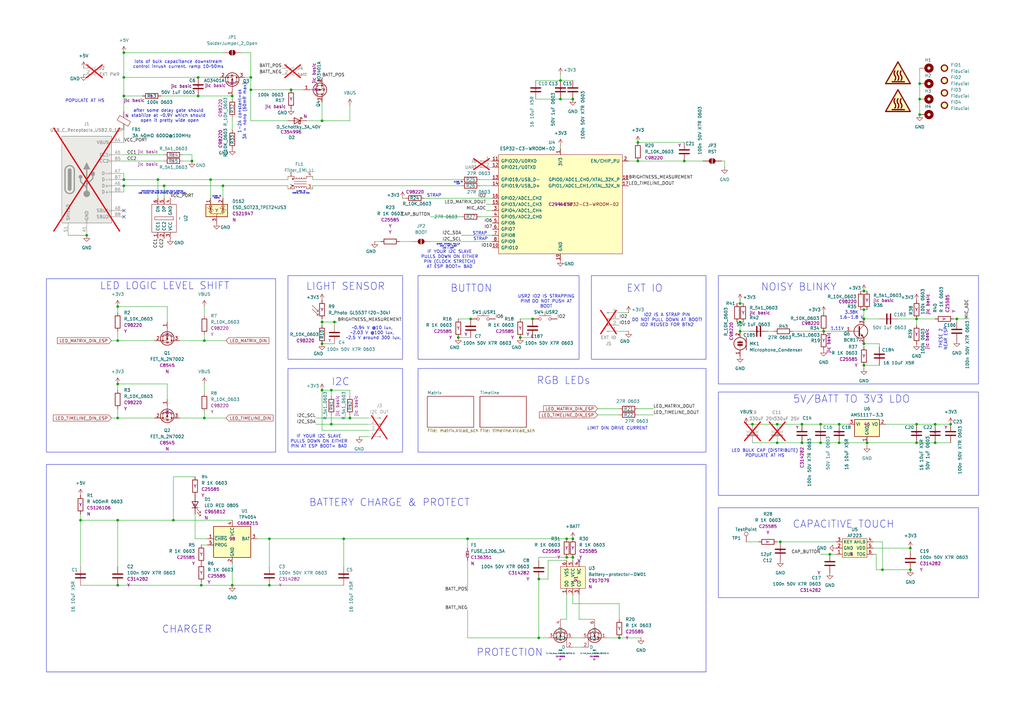
<source format=kicad_sch>
(kicad_sch (version 20250114) (generator "eeschema") (generator_version "9.0")
  (paper "A3")
  (rectangle (start 19.05 114.3) (end 113.03 185.42))
  (rectangle (start 171.45 151.13) (end 289.56 185.42))
  (rectangle (start 294.64 160.782) (end 401.32 203.2))
  (rectangle (start 118.11 113.03) (end 165.1 147.32))
  (rectangle (start 242.57 113.03) (end 289.56 147.32))
  (rectangle (start 171.45 113.03) (end 237.49 147.32))
  (rectangle (start 118.11 151.13) (end 165.1 185.42))
  (rectangle (start 294.64 113.03) (end 401.32 157.48))
  (rectangle (start 294.64 208.28) (end 401.32 245.11))
  (rectangle (start 19.05 190.5) (end 289.56 275.59))
  (text "5V/BATT TO 3V3 LDO" (at 349.25 163.83 0) (effects (font (size 3 3))))
  (text "CLOSE TO\nPORTS" (at 88.9 81.026 0) (effects (font (size 0.5 0.5))))
  (text "PROTECTION" (at 209.042 267.716 0) (effects (font (size 3 3))))
  (text "BATTERY CHARGE & PROTECT\n" (at 159.766 206.248 0) (effects (font (size 3 3))))
  (text "CAPACITIVE TOUCH" (at 345.948 215.138 0) (effects (font (size 3 3))))
  (text "3.38K\n1.6-1.8 V" (at 349.25 129.286 0) (effects (font (size 1.27 1.27))))
  (text "THESE 2\nNEAR ESP" (at 386.842 138.938 90) (effects (font (size 1.27 1.27))))
  (text "POPULATE AT HS\n" (at 34.798 41.402 0) (effects (font (size 1.27 1.27))))
  (text "BUTTON" (at 193.294 118.364 0) (effects (font (size 3 3))))
  (text "LIGHT SENSOR" (at 141.732 117.602 0) (effects (font (size 3 3))))
  (text "STRAP, INTERNAL PULLUP\nHIGH = SPI FLASH\nLOW = UART" (at 183.896 101.092 0) (effects (font (size 0.5 0.5))))
  (text "IF YOUR I2C SLAVE\nPULLS DOWN ON EITHER\nPIN (CLOCK STRETCH)\nAT ESP BOOT= BAD" (at 184.404 106.426 0) (effects (font (size 1.27 1.27))))
  (text "CHARGER\n" (at 76.6715 258.2254 0) (effects (font (size 3 3))))
  (text "LIMIT DIN DRIVE CURRENT" (at 253.238 175.768 0) (effects (font (size 1.27 1.27))))
  (text "USR2 IO2 IS STRAPPING\nPIN! DO NOT PUSH AT\nBOOT" (at 224.028 123.698 0) (effects (font (size 1.27 1.27))))
  (text "IF YOUR I2C SLAVE\nPULLS DOWN ON EITHER\nPIN AT ESP BOOT= BAD" (at 130.81 181.102 0) (effects (font (size 1.27 1.27))))
  (text "1.11V\n" (at 343.408 134.874 0) (effects (font (size 1.27 1.27))))
  (text "NOISY BLINKY" (at 327.66 117.856 0) (effects (font (size 3 3))))
  (text "after some delay gate should \nstabilize at ~0.9V which should \nopen it pretty wide open" (at 69.596 47.498 0) (effects (font (size 1.27 1.27))))
  (text "EXT IO" (at 264.414 118.364 0) (effects (font (size 3 3))))
  (text "LED BULK CAP (DISTRIBUTE)\nPOPULATE AT HS\n" (at 313.69 185.928 0) (effects (font (size 1.27 1.27))))
  (text "LED LOGIC LEVEL SHIFT" (at 67.564 117.348 0) (effects (font (size 3 3))))
  (text "CLOSE TO\nPORTS, AFTER ESD" (at 123.444 78.994 0) (effects (font (size 0.5 0.5))))
  (text "I2C" (at 139.7 156.718 0) (effects (font (size 3 3))))
  (text "RGB LEDs" (at 231.14 156.21 0) (effects (font (size 3 3))))
  (text "IO2 IS A STRAP PIN\nDO NOT PULL DOWN AT BOOT!\nIO2 REUSED FOR BTN2" (at 273.558 131.318 0) (effects (font (size 1.27 1.27))))
  (text "STRAP\n" (at 197.104 98.044 0) (effects (font (size 1.27 1.27))))
  (text "~0.94 V @10 lux, \n~2.03 V @100 lux, \n~2.5 V around 300 lux." (at 153.162 136.652 0) (effects (font (size 1.27 1.27))))
  (text "CLOSE TO\nESP" (at 187.96 75.184 0) (effects (font (size 0.5 0.5))))
  (text "STRAP\n" (at 178.054 80.264 0) (effects (font (size 1.27 1.27))))
  (text "STRAP\n" (at 196.85 95.758 0) (effects (font (size 1.27 1.27))))
  (text "lots of bulk capacitance downstream\ncontrol inrush current. ramp 10~50ms" (at 73.152 26.416 0) (effects (font (size 1.27 1.27))))
  (text "IMPLEMENTING THIS TO ALLOW MULTI CONFIG:\nUSB FACING THE REAR (FRAME); SIDE (PCB/THING)\n" (at 66.548 78.994 0) (effects (font (size 0.5 0.5))))
  (text "1-2A constant=ok\n3A = nono (60mR max)\n\n" (at 100.33 45.72 90) (effects (font (size 1.27 1.27))))
  (junction (at 143.51 171.45))
  (junction (at 336.55 181.61))
  (junction (at 280.67 66.04))
  (junction (at 187.96 138.43))
  (junction (at 193.04 130.81))
  (junction (at 95.25 240.03))
  (junction (at 234.95 228.6))
  (junction (at 392.43 130.81))
  (junction (at 220.98 261.62))
  (junction (at 81.28 39.37))
  (junction (at 48.26 171.45))
  (junction (at 48.26 157.48))
  (junction (at 234.95 220.98))
  (junction (at 389.89 173.99))
  (junction (at 375.92 173.99))
  (junction (at 78.74 66.04))
  (junction (at 373.38 233.68))
  (junction (at 355.6 181.61))
  (junction (at 50.8 73.66))
  (junction (at 328.93 173.99))
  (junction (at 234.95 40.64))
  (junction (at 218.44 130.81))
  (junction (at 232.41 228.6))
  (junction (at 318.77 181.61))
  (junction (at 375.92 181.61))
  (junction (at 303.53 124.46))
  (junction (at 50.8 39.37))
  (junction (at 318.77 173.99))
  (junction (at 48.26 125.73))
  (junction (at 91.44 76.2))
  (junction (at 340.36 227.33))
  (junction (at 137.16 132.08))
  (junction (at 33.02 213.36))
  (junction (at 303.53 132.08))
  (junction (at 261.62 66.04))
  (junction (at 71.12 213.36))
  (junction (at 110.49 240.03))
  (junction (at 354.33 149.86))
  (junction (at 35.56 96.52))
  (junction (at 375.92 130.81))
  (junction (at 50.8 31.75))
  (junction (at 213.36 138.43))
  (junction (at 50.8 76.2))
  (junction (at 119.38 36.83))
  (junction (at 373.38 224.79))
  (junction (at 229.87 33.02))
  (junction (at 67.31 76.2))
  (junction (at 354.33 127))
  (junction (at 383.54 181.61))
  (junction (at 64.77 73.66))
  (junction (at 261.62 58.42))
  (junction (at 354.33 119.38))
  (junction (at 354.33 140.97))
  (junction (at 328.93 181.61))
  (junction (at 383.54 173.99))
  (junction (at 132.08 160.02))
  (junction (at 220.98 237.49))
  (junction (at 354.33 130.81))
  (junction (at 48.26 213.36))
  (junction (at 102.87 31.75))
  (junction (at 50.8 21.59))
  (junction (at 83.82 171.45))
  (junction (at 82.55 240.03))
  (junction (at 337.82 135.89))
  (junction (at 132.08 132.08))
  (junction (at 86.36 73.66))
  (junction (at 377.19 46.99))
  (junction (at 95.25 39.37))
  (junction (at 254 261.62))
  (junction (at 48.26 240.03))
  (junction (at 344.17 173.99))
  (junction (at 83.82 139.7))
  (junction (at 140.97 220.98))
  (junction (at 102.87 36.83))
  (junction (at 191.77 220.98))
  (junction (at 229.87 40.64))
  (junction (at 320.04 222.25))
  (junction (at 135.89 160.02))
  (junction (at 361.95 233.68))
  (junction (at 48.26 139.7))
  (junction (at 110.49 220.98))
  (junction (at 81.28 31.75))
  (junction (at 132.08 49.53))
  (junction (at 377.19 34.29))
  (junction (at 232.41 220.98))
  (junction (at 377.19 40.64))
  (junction (at 132.08 140.97))
  (junction (at 308.61 173.99))
  (junction (at 135.89 173.99))
  (junction (at 344.17 181.61))
  (junction (at 303.53 135.89))
  (junction (at 336.55 173.99))
  (no_connect (at 50.8 88.9))
  (no_connect (at 237.49 229.87))
  (no_connect (at 50.8 86.36))
  (wire (pts (xy 219.71 33.02) (xy 229.87 33.02)))
  (wire (pts (xy 245.11 167.64) (xy 254 167.64)))
  (wire (pts (xy 354.33 127) (xy 355.6 127)))
  (wire (pts (xy 229.87 33.02) (xy 234.95 33.02)))
  (wire (pts (xy 50.8 73.66) (xy 64.77 73.66)))
  (wire (pts (xy 267.97 167.64) (xy 261.62 167.64)))
  (wire (pts (xy 234.95 228.6) (xy 234.95 229.87)))
  (wire (pts (xy 137.16 132.08) (xy 137.16 133.35)))
  (wire (pts (xy 128.27 76.2) (xy 189.23 76.2)))
  (wire (pts (xy 33.02 240.03) (xy 48.26 240.03)))
  (wire (pts (xy 224.79 229.87) (xy 224.79 237.49)))
  (wire (pts (xy 119.38 36.83) (xy 124.46 36.83)))
  (wire (pts (xy 354.33 149.86) (xy 360.68 149.86)))
  (wire (pts (xy 229.87 30.48) (xy 229.87 33.02)))
  (wire (pts (xy 95.25 240.03) (xy 95.25 231.14)))
  (wire (pts (xy 318.77 173.99) (xy 328.93 173.99)))
  (wire (pts (xy 354.33 119.38) (xy 355.6 119.38)))
  (wire (pts (xy 50.8 66.04) (xy 67.31 66.04)))
  (wire (pts (xy 50.8 31.75) (xy 81.28 31.75)))
  (wire (pts (xy 58.42 39.37) (xy 50.8 39.37)))
  (wire (pts (xy 344.17 173.99) (xy 347.98 173.99)))
  (wire (pts (xy 336.55 227.33) (xy 340.36 227.33)))
  (wire (pts (xy 377.19 34.29) (xy 377.19 40.64)))
  (wire (pts (xy 191.77 229.87) (xy 191.77 242.57)))
  (wire (pts (xy 234.95 265.43) (xy 238.76 265.43)))
  (wire (pts (xy 383.54 173.99) (xy 389.89 173.99)))
  (wire (pts (xy 95.25 240.03) (xy 110.49 240.03)))
  (wire (pts (xy 99.06 21.59) (xy 102.87 21.59)))
  (wire (pts (xy 64.77 73.66) (xy 64.77 81.28)))
  (wire (pts (xy 375.92 130.81) (xy 383.54 130.81)))
  (wire (pts (xy 261.62 170.18) (xy 267.97 170.18)))
  (wire (pts (xy 102.87 49.53) (xy 118.11 49.53)))
  (wire (pts (xy 355.6 181.61) (xy 375.92 181.61)))
  (wire (pts (xy 303.53 132.08) (xy 304.8 132.08)))
  (wire (pts (xy 74.93 63.5) (xy 78.74 63.5)))
  (wire (pts (xy 143.51 160.02) (xy 143.51 162.56)))
  (wire (pts (xy 302.26 132.08) (xy 303.53 132.08)))
  (wire (pts (xy 48.26 157.48) (xy 48.26 160.02)))
  (wire (pts (xy 67.31 76.2) (xy 67.31 81.28)))
  (wire (pts (xy 354.33 127) (xy 354.33 130.81)))
  (wire (pts (xy 254 128.27) (xy 257.81 128.27)))
  (wire (pts (xy 306.07 222.25) (xy 311.15 222.25)))
  (wire (pts (xy 110.49 240.03) (xy 140.97 240.03)))
  (wire (pts (xy 344.17 181.61) (xy 355.6 181.61)))
  (wire (pts (xy 383.54 181.61) (xy 389.89 181.61)))
  (wire (pts (xy 234.95 243.84) (xy 234.95 247.65)))
  (wire (pts (xy 354.33 142.24) (xy 354.33 140.97)))
  (wire (pts (xy 232.41 228.6) (xy 234.95 228.6)))
  (wire (pts (xy 220.98 261.62) (xy 224.79 261.62)))
  (wire (pts (xy 318.77 222.25) (xy 320.04 222.25)))
  (wire (pts (xy 254 261.62) (xy 262.89 261.62)))
  (wire (pts (xy 308.61 181.61) (xy 318.77 181.61)))
  (wire (pts (xy 81.28 39.37) (xy 95.25 39.37)))
  (wire (pts (xy 82.55 240.03) (xy 95.25 240.03)))
  (wire (pts (xy 232.41 254) (xy 229.87 254)))
  (wire (pts (xy 320.04 222.25) (xy 342.9 222.25)))
  (wire (pts (xy 261.62 58.42) (xy 280.67 58.42)))
  (wire (pts (xy 118.11 72.39) (xy 118.11 73.66)))
  (wire (pts (xy 125.73 49.53) (xy 132.08 49.53)))
  (wire (pts (xy 73.66 139.7) (xy 83.82 139.7)))
  (wire (pts (xy 237.49 254) (xy 243.84 254)))
  (wire (pts (xy 199.39 83.82) (xy 201.93 83.82)))
  (wire (pts (xy 48.26 213.36) (xy 48.26 232.41)))
  (wire (pts (xy 355.6 182.88) (xy 355.6 181.61)))
  (wire (pts (xy 303.53 132.08) (xy 303.53 135.89)))
  (wire (pts (xy 27.94 96.52) (xy 35.56 96.52)))
  (wire (pts (xy 50.8 31.75) (xy 50.8 39.37)))
  (wire (pts (xy 71.12 195.58) (xy 71.12 213.36)))
  (wire (pts (xy 105.41 220.98) (xy 110.49 220.98)))
  (wire (pts (xy 74.93 66.04) (xy 78.74 66.04)))
  (wire (pts (xy 48.26 125.73) (xy 48.26 128.27)))
  (wire (pts (xy 336.55 181.61) (xy 344.17 181.61)))
  (wire (pts (xy 191.77 261.62) (xy 220.98 261.62)))
  (wire (pts (xy 176.53 99.06) (xy 201.93 99.06)))
  (wire (pts (xy 280.67 66.04) (xy 288.29 66.04)))
  (wire (pts (xy 135.89 173.99) (xy 151.13 173.99)))
  (wire (pts (xy 219.71 40.64) (xy 229.87 40.64)))
  (wire (pts (xy 328.93 173.99) (xy 336.55 173.99)))
  (wire (pts (xy 237.49 243.84) (xy 237.49 254)))
  (wire (pts (xy 129.54 171.45) (xy 143.51 171.45)))
  (wire (pts (xy 132.08 132.08) (xy 137.16 132.08)))
  (wire (pts (xy 132.08 49.53) (xy 132.08 41.91)))
  (wire (pts (xy 91.44 76.2) (xy 118.11 76.2)))
  (wire (pts (xy 191.77 220.98) (xy 232.41 220.98)))
  (wire (pts (xy 143.51 171.45) (xy 151.13 171.45)))
  (wire (pts (xy 354.33 119.38) (xy 353.06 119.38)))
  (wire (pts (xy 213.36 130.81) (xy 218.44 130.81)))
  (wire (pts (xy 254 135.89) (xy 257.81 135.89)))
  (wire (pts (xy 303.53 135.89) (xy 307.34 135.89)))
  (wire (pts (xy 68.58 132.08) (xy 68.58 125.73)))
  (wire (pts (xy 48.26 171.45) (xy 63.5 171.45)))
  (wire (pts (xy 86.36 73.66) (xy 86.36 81.28)))
  (wire (pts (xy 50.8 71.12) (xy 50.8 73.66)))
  (wire (pts (xy 118.11 76.2) (xy 118.11 77.47)))
  (wire (pts (xy 229.87 40.64) (xy 234.95 40.64)))
  (wire (pts (xy 248.92 261.62) (xy 254 261.62)))
  (wire (pts (xy 102.87 36.83) (xy 102.87 49.53)))
  (wire (pts (xy 100.33 31.75) (xy 102.87 31.75)))
  (wire (pts (xy 82.55 238.76) (xy 82.55 240.03)))
  (wire (pts (xy 354.33 140.97) (xy 360.68 140.97)))
  (wire (pts (xy 140.97 220.98) (xy 140.97 232.41)))
  (wire (pts (xy 213.36 138.43) (xy 218.44 138.43)))
  (wire (pts (xy 128.27 76.2) (xy 128.27 77.47)))
  (wire (pts (xy 375.92 181.61) (xy 383.54 181.61)))
  (wire (pts (xy 80.01 220.98) (xy 85.09 220.98)))
  (wire (pts (xy 83.82 125.73) (xy 83.82 129.54)))
  (wire (pts (xy 229.87 59.69) (xy 229.87 60.96)))
  (wire (pts (xy 297.18 66.04) (xy 297.18 68.58)))
  (wire (pts (xy 80.01 210.82) (xy 80.01 220.98)))
  (wire (pts (xy 314.96 135.89) (xy 317.5 135.89)))
  (wire (pts (xy 153.67 99.06) (xy 156.21 99.06)))
  (wire (pts (xy 220.98 237.49) (xy 220.98 261.62)))
  (wire (pts (xy 102.87 31.75) (xy 102.87 36.83)))
  (wire (pts (xy 102.87 36.83) (xy 119.38 36.83)))
  (wire (pts (xy 68.58 157.48) (xy 48.26 157.48)))
  (wire (pts (xy 50.8 39.37) (xy 50.8 45.72)))
  (wire (pts (xy 191.77 224.79) (xy 191.77 220.98)))
  (wire (pts (xy 83.82 139.7) (xy 83.82 137.16)))
  (wire (pts (xy 373.38 224.79) (xy 373.38 226.06)))
  (wire (pts (xy 50.8 76.2) (xy 67.31 76.2)))
  (wire (pts (xy 196.85 76.2) (xy 201.93 76.2)))
  (wire (pts (xy 48.26 139.7) (xy 63.5 139.7)))
  (wire (pts (xy 48.26 167.64) (xy 48.26 171.45)))
  (wire (pts (xy 132.08 130.81) (xy 132.08 132.08)))
  (wire (pts (xy 295.91 66.04) (xy 297.18 66.04)))
  (wire (pts (xy 83.82 171.45) (xy 92.71 171.45)))
  (wire (pts (xy 358.14 224.79) (xy 373.38 224.79)))
  (wire (pts (xy 163.83 99.06) (xy 168.91 99.06)))
  (wire (pts (xy 102.87 21.59) (xy 102.87 31.75)))
  (wire (pts (xy 302.26 124.46) (xy 303.53 124.46)))
  (wire (pts (xy 83.82 139.7) (xy 92.71 139.7)))
  (wire (pts (xy 143.51 170.18) (xy 143.51 171.45)))
  (wire (pts (xy 66.04 39.37) (xy 81.28 39.37)))
  (wire (pts (xy 187.96 138.43) (xy 193.04 138.43)))
  (wire (pts (xy 173.99 81.28) (xy 201.93 81.28)))
  (wire (pts (xy 176.53 88.9) (xy 189.23 88.9)))
  (wire (pts (xy 91.44 76.2) (xy 91.44 81.28)))
  (wire (pts (xy 187.96 130.81) (xy 193.04 130.81)))
  (wire (pts (xy 245.11 170.18) (xy 254 170.18)))
  (wire (pts (xy 81.28 31.75) (xy 90.17 31.75)))
  (wire (pts (xy 303.53 123.19) (xy 303.53 124.46)))
  (wire (pts (xy 234.95 261.62) (xy 238.76 261.62)))
  (wire (pts (xy 132.08 160.02) (xy 135.89 160.02)))
  (wire (pts (xy 132.08 140.97) (xy 137.16 140.97)))
  (wire (pts (xy 128.27 73.66) (xy 189.23 73.66)))
  (wire (pts (xy 50.8 76.2) (xy 50.8 78.74)))
  (wire (pts (xy 354.33 151.13) (xy 354.33 149.86)))
  (wire (pts (xy 308.61 173.99) (xy 318.77 173.99)))
  (wire (pts (xy 82.55 223.52) (xy 85.09 223.52)))
  (wire (pts (xy 33.02 213.36) (xy 33.02 232.41)))
  (wire (pts (xy 392.43 130.81) (xy 392.43 132.08)))
  (wire (pts (xy 135.89 170.18) (xy 135.89 173.99)))
  (wire (pts (xy 48.26 135.89) (xy 48.26 139.7)))
  (wire (pts (xy 137.16 132.08) (xy 138.43 132.08)))
  (wire (pts (xy 353.06 127) (xy 354.33 127)))
  (wire (pts (xy 80.01 195.58) (xy 71.12 195.58)))
  (wire (pts (xy 232.41 243.84) (xy 232.41 254)))
  (wire (pts (xy 261.62 66.04) (xy 280.67 66.04)))
  (wire (pts (xy 377.19 27.94) (xy 377.19 34.29)))
  (wire (pts (xy 254 247.65) (xy 254 254)))
  (wire (pts (xy 234.95 247.65) (xy 254 247.65)))
  (wire (pts (xy 340.36 227.33) (xy 342.9 227.33)))
  (wire (pts (xy 358.14 222.25) (xy 361.95 222.25)))
  (wire (pts (xy 64.77 73.66) (xy 86.36 73.66)))
  (wire (pts (xy 354.33 130.81) (xy 360.68 130.81)))
  (wire (pts (xy 360.68 140.97) (xy 360.68 142.24)))
  (wire (pts (xy 189.23 96.52) (xy 201.93 96.52)))
  (wire (pts (xy 337.82 135.89) (xy 346.71 135.89)))
  (wire (pts (xy 48.26 171.45) (xy 45.72 171.45)))
  (wire (pts (xy 95.25 48.26) (xy 95.25 53.34)))
  (wire (pts (xy 361.95 222.25) (xy 361.95 233.68)))
  (wire (pts (xy 50.8 53.34) (xy 50.8 58.42)))
  (wire (pts (xy 78.74 63.5) (xy 78.74 66.04)))
  (wire (pts (xy 191.77 250.19) (xy 191.77 261.62)))
  (wire (pts (xy 165.1 81.28) (xy 166.37 81.28)))
  (wire (pts (xy 68.58 125.73) (xy 48.26 125.73)))
  (wire (pts (xy 359.41 227.33) (xy 359.41 233.68)))
  (wire (pts (xy 232.41 229.87) (xy 224.79 229.87)))
  (wire (pts (xy 392.43 130.81) (xy 397.51 130.81)))
  (wire (pts (xy 375.92 173.99) (xy 383.54 173.99)))
  (wire (pts (xy 50.8 21.59) (xy 91.44 21.59)))
  (wire (pts (xy 73.66 171.45) (xy 83.82 171.45)))
  (wire (pts (xy 48.26 139.7) (xy 45.72 139.7)))
  (wire (pts (xy 363.22 173.99) (xy 375.92 173.99)))
  (wire (pts (xy 375.92 130.81) (xy 375.92 133.35)))
  (wire (pts (xy 359.41 233.68) (xy 361.95 233.68)))
  (wire (pts (xy 147.32 179.07) (xy 151.13 179.07)))
  (wire (pts (xy 95.25 39.37) (xy 95.25 40.64)))
  (wire (pts (xy 128.27 72.39) (xy 128.27 73.66)))
  (wire (pts (xy 196.85 73.66) (xy 201.93 73.66)))
  (wire (pts (xy 143.51 49.53) (xy 143.51 43.18)))
  (wire (pts (xy 132.08 160.02) (xy 132.08 176.53)))
  (wire (pts (xy 132.08 176.53) (xy 151.13 176.53)))
  (wire (pts (xy 132.08 132.08) (xy 132.08 133.35)))
  (wire (pts (xy 306.07 173.99) (xy 308.61 173.99)))
  (wire (pts (xy 220.98 229.87) (xy 220.98 228.6)))
  (wire (pts (xy 368.3 130.81) (xy 375.92 130.81)))
  (wire (pts (xy 224.79 237.49) (xy 220.98 237.49)))
  (wire (pts (xy 257.81 66.04) (xy 261.62 66.04)))
  (wire (pts (xy 110.49 220.98) (xy 110.49 232.41)))
  (wire (pts (xy 95.25 213.36) (xy 71.12 213.36)))
  (wire (pts (xy 48.26 240.03) (xy 82.55 240.03)))
  (wire (pts (xy 68.58 163.83) (xy 68.58 157.48)))
  (wire (pts (xy 71.12 213.36) (xy 48.26 213.36)))
  (wire (pts (xy 377.19 40.64) (xy 377.19 46.99)))
  (wire (pts (xy 83.82 171.45) (xy 83.82 168.91)))
  (wire (pts (xy 129.54 173.99) (xy 135.89 173.99)))
  (wire (pts (xy 135.89 160.02) (xy 135.89 162.56)))
  (wire (pts (xy 361.95 233.68) (xy 373.38 233.68)))
  (wire (pts (xy 140.97 220.98) (xy 191.77 220.98)))
  (wire (pts (xy 83.82 157.48) (xy 83.82 161.29)))
  (wire (pts (xy 328.93 181.61) (xy 336.55 181.61)))
  (wire (pts (xy 232.41 220.98) (xy 234.95 220.98)))
  (wire (pts (xy 33.02 213.36) (xy 48.26 213.36)))
  (wire (pts (xy 220.98 228.6) (xy 232.41 228.6)))
  (wire (pts (xy 358.14 227.33) (xy 359.41 227.33)))
  (wire (pts (xy 303.53 124.46) (xy 304.8 124.46)))
  (wire (pts (xy 132.08 49.53) (xy 143.51 49.53)))
  (wire (pts (xy 318.77 181.61) (xy 328.93 181.61)))
  (wire (pts (xy 135.89 160.02) (xy 143.51 160.02)))
  (wire (pts (xy 325.12 135.89) (xy 337.82 135.89)))
  (wire (pts (xy 196.85 88.9) (xy 201.93 88.9)))
  (wire (pts (xy 199.39 86.36) (xy 201.93 86.36)))
  (wire (pts (xy 110.49 220.98) (xy 140.97 220.98)))
  (wire (pts (xy 67.31 76.2) (xy 91.44 76.2)))
  (wire (pts (xy 33.02 210.82) (xy 33.02 213.36)))
  (wire (pts (xy 86.36 73.66) (xy 118.11 73.66)))
  (wire (pts (xy 67.31 63.5) (xy 50.8 63.5)))
  (wire (pts (xy 336.55 173.99) (xy 344.17 173.99)))
  (wire (pts (xy 50.8 21.59) (xy 50.8 31.75)))
  (wire (pts (xy 392.43 130.81) (xy 391.16 130.81)))
  (label "IO10" (at 201.93 101.6 180))
  (label "IO10" (at 254 133.35 0))
  (label "CC2" (at 52.07 66.04 0))
  (label "IO2" (at 228.6 130.81 0))
  (label "I2C_SCL" (at 129.54 171.45 180))
  (label "IO7" (at 201.93 93.98 180))
  (label "BATT_POS" (at 191.77 242.57 180))
  (label "VCC_PORT" (at 69.85 81.28 0))
  (label "IO6" (at 203.2 130.81 0))
  (label "BRIGHTNESS_MEASUREMENT" (at 138.43 132.08 0))
  (label "LED_MATRIX_DOUT" (at 199.39 83.82 180))
  (label "LED_MATRIX_DOUT" (at 267.97 167.64 0))
  (label "CAP_BUTTON" (at 336.55 227.33 180))
  (label "BRIGHTNESS_MEASUREMENT" (at 257.81 73.66 0))
  (label "IO2" (at 254 130.81 0))
  (label "I2C_SDA" (at 189.23 96.52 180))
  (label "BATT_NEG" (at 191.77 250.19 180))
  (label "CC1" (at 52.07 63.5 0))
  (label "IO2" (at 199.39 81.28 180))
  (label "I2C_SCL" (at 189.23 99.06 180))
  (label "BATT_POS" (at 132.08 31.75 0))
  (label "MIC_ADC" (at 199.39 86.36 180))
  (label "VCC_PORT" (at 50.8 58.42 0))
  (label "IO6" (at 201.93 91.44 180))
  (label "LED_TIMELINE_DOUT" (at 257.81 76.2 0))
  (label "BATT_POS" (at 115.57 27.94 180))
  (label "BATT_NEG" (at 115.57 30.48 180))
  (label "CC2" (at 67.31 97.79 270))
  (label "LED_TIMELINE_DOUT" (at 267.97 170.18 0))
  (label "CC1" (at 64.77 97.79 270))
  (label "I2C_SDA" (at 129.54 173.99 180))
  (label "MIC_ADC" (at 397.51 130.81 90))
  (label "CAP_BUTTON" (at 176.53 88.9 180))
  (global_label "LED_MATRIX_DIN" (shape input) (at 92.71 139.7 0) (property "Intersheetrefs" "${INTERSHEET_REFS}" (effects (hide yes))))
  (global_label "LED_TIMELINE_DIN_ESP" (shape input) (at 45.72 171.45 180) (property "Intersheetrefs" "${INTERSHEET_REFS}" (effects (hide yes))))
  (global_label "LED_TIMELINE_DIN_ESP" (shape input) (at 245.11 170.18 180) (property "Intersheetrefs" "${INTERSHEET_REFS}" (effects (hide yes))))
  (global_label "LED_TIMELINE_DIN" (shape input) (at 92.71 171.45 0) (property "Intersheetrefs" "${INTERSHEET_REFS}" (effects (hide yes))))
  (global_label "LED_MATRIX_DIN_ESP" (shape input) (at 245.11 167.64 180) (property "Intersheetrefs" "${INTERSHEET_REFS}" (effects (hide yes))))
  (global_label "LED_MATRIX_DIN_ESP" (shape input) (at 45.72 139.7 180) (property "Intersheetrefs" "${INTERSHEET_REFS}" (effects (hide yes))))
  (symbol (lib_id "Connector:TestPoint") (at 306.07 222.25 0) (mirror y) (unit 1)
    (property "Reference" "TP1" (at 300.228 220.726 0) (effects (justify right)))
    (property "Value" "TestPoint" (at 301.498 217.17 0) (effects (justify right)))
    (property "Footprint" "TestPoint:TestPoint_Loop_D3.50mm_Drill1.4mm_Beaded" (effects (hide yes)))
    (property "Description" "Raise with test clip to surface!" (effects (hide yes)))
    (property "LCSC" "C5199802" (effects (hide yes)))
  )
  (symbol (lib_id "Skrubis:100n 50V X7R 0603") (at 389.89 177.8 0) (mirror y) (unit 1)
    (property "Reference" "C23" (at 394.716 172.974 0) (effects (justify left)))
    (property "Value" "100n 50V X7R 0603" (at 393.7 194.564 90) (effects (justify left)))
    (property "Footprint" "Capacitor_SMD:C_0603_1608Metric" (effects (hide yes)))
    (property "LCSC" "C314282" (effects (hide yes)))
    (property "Stock" "Y" (at 388.62 175.26 0) (effects (justify left)))
  )
  (symbol (lib_id "Skrubis:R_27R_0603") (at 193.04 73.66 90) (unit 1)
    (property "Reference" "R25" (at 193.04 73.66 90))
    (property "Value" "27R 0603" (at 196.342 71.12 90))
    (property "Footprint" "Resistor_SMD:R_0603_1608Metric" (effects (hide yes)))
    (property "Stock" "Y" (effects (hide yes)))
  )
  (symbol (lib_id "Skrubis:R_5k1_0603") (at 71.12 66.04 90) (mirror x) (unit 1)
    (property "Reference" "R15" (at 71.12 66.04 90))
    (property "Value" "R_5k1_0603" (at 71.12 68.58 90))
    (property "Footprint" "Resistor_SMD:R_0603_1608Metric" (effects (hide yes)))
    (property "Description" "jlc basic" (at 60.706 67.31 90))
    (property "LCSC" "C23186" (effects (hide yes)))
    (property "Stock" "Y" (at 71.12 66.04 0))
  )
  (symbol (lib_id "power:GND") (at 303.53 146.05 0) (unit 1)
    (property "Reference" "#PWR0363" (effects (hide yes)))
    (property "Value" "GND" (at 303.53 151.13 0))
    (property "Description" "Power symbol creates a global label with name \"GND\" , ground" (effects (hide yes)))
  )
  (symbol (lib_id "power:GND") (at 147.32 179.07 0) (unit 1)
    (property "Reference" "#PWR013" (effects (hide yes)))
    (property "Value" "GND" (at 147.32 184.15 0))
    (property "Description" "Power symbol creates a global label with name \"GND\" , ground" (effects (hide yes)))
  )
  (symbol (lib_id "Connector:Conn_01x04_Pin") (at 248.92 133.35 0) (mirror x) (unit 1) (exclude_from_sim yes) (in_bom no) (dnp yes)
    (property "Reference" "J5" (at 249.555 140.97 0))
    (property "Value" "EXT IO" (at 249.555 138.43 0))
    (property "Footprint" "Connector_PinHeader_2.54mm:PinHeader_1x04_P2.54mm_Vertical" (effects (hide yes)))
    (property "Description" "Generic connector, single row, 01x04, script generated" (effects (hide yes)))
  )
  (symbol (lib_id "Skrubis:R 1K 0603") (at 234.95 224.79 0) (unit 1)
    (property "Reference" "R30" (at 237.49 220.9799 0) (effects (justify left)))
    (property "Value" "R 1K 0603" (at 237.49 223.5199 0) (effects (justify left)))
    (property "Footprint" "Resistor_SMD:R_0603_1608Metric" (effects (hide yes)))
    (property "LCSC" "C25585" (at 237.49 226.0599 0) (effects (justify left)))
    (property "STOCK" "Y" (at 237.49 228.5999 0) (effects (justify left)))
    (property "Stock" "Y" (at 234.95 224.79 0))
  )
  (symbol (lib_id "Skrubis:R 1K 0603") (at 314.96 222.25 90) (unit 1)
    (property "Reference" "R28" (at 314.96 210.82 90))
    (property "Value" "R 1K 0603" (at 314.96 213.36 90))
    (property "Footprint" "Resistor_SMD:R_0603_1608Metric" (effects (hide yes)))
    (property "LCSC" "C25585" (at 314.96 215.9 90))
    (property "STOCK" "Y" (at 314.96 218.44 90))
    (property "Stock" "Y" (at 314.96 222.25 0))
  )
  (symbol (lib_id "Skrubis:R_10K_0603") (at 83.82 165.1 180) (unit 1)
    (property "Reference" "R8" (at 86.36 161.2899 0) (effects (justify right)))
    (property "Value" "R_10K_0603" (at 86.36 163.8299 0) (effects (justify right)))
    (property "Footprint" "Resistor_SMD:R_0603_1608Metric" (effects (hide yes)))
    (property "LCSC" "C98220" (at 86.36 166.3699 0) (effects (justify right)))
    (property "Stock" "Y" (at 86.36 168.9099 0) (effects (justify right)))
  )
  (symbol (lib_id "power:+3V3") (at 261.62 58.42 0) (mirror y) (unit 1)
    (property "Reference" "#PWR037" (effects (hide yes)))
    (property "Value" "+3V3" (at 261.62 53.34 0))
    (property "Description" "Power symbol creates a global label with name \"+3V3\"" (effects (hide yes)))
  )
  (symbol (lib_id "power:+5V") (at 34.29 27.94 0) (unit 1)
    (property "Reference" "#PWR010" (effects (hide yes)))
    (property "Value" "+5V" (at 34.29 22.86 0))
    (property "Description" "Power symbol creates a global label with name \"+5V\"" (effects (hide yes)))
  )
  (symbol (lib_id "power:VBUS") (at 143.51 43.18 0) (unit 1)
    (property "Reference" "#PWR022" (effects (hide yes)))
    (property "Value" "VBUS" (at 143.51 38.1 0))
    (property "Description" "Power symbol creates a global label with name \"VBUS\"" (effects (hide yes)))
  )
  (symbol (lib_id "Skrubis:N-Fet_Dual_NM8205_SOT23-6") (at 229.87 260.35 270) (unit 2)
    (property "Reference" "Q5" (at 229.87 266.7 90) (effects (font (size 0.5 0.5))))
    (property "Value" "N-Fet_Dual_NM8205_SOT23-6" (at 229.87 267.97 90) (effects (font (size 0.5 0.5))))
    (property "Footprint" "Package_TO_SOT_SMD:SOT-23-6" (effects (hide yes)))
    (property "Datasheet" "https://datasheet.lcsc.com/lcsc/2208301630_Shandong-Jingdao-Microelectronics-NM8205_C5156806.pdf" (effects (hide yes)))
    (property "LCSC" "C5156806" (at 229.87 269.24 90) (effects (font (size 0.5 0.5))))
    (property "Stock" "97" (at 229.87 270.51 90) (effects (font (size 0.5 0.5))))
  )
  (symbol (lib_id "power:+3V3") (at 375.92 123.19 0) (mirror y) (unit 1)
    (property "Reference" "#PWR0370" (effects (hide yes)))
    (property "Value" "+3V3" (at 372.11 121.92 0))
    (property "Description" "Power symbol creates a global label with name \"+3V3\"" (effects (hide yes)))
  )
  (symbol (lib_id "Connector:Conn_01x02_Socket") (at 39.37 27.94 0) (unit 1) (in_bom no) (dnp yes)
    (property "Reference" "J2" (at 40.64 27.9399 0) (effects (justify left)))
    (property "Value" "EXT PWR" (at 40.64 30.4799 0) (effects (justify left)))
    (property "Footprint" "Connector_PinHeader_2.54mm:PinHeader_1x02_P2.54mm_Vertical" (effects (hide yes)))
    (property "Description" "Generic connector, single row, 01x02, script generated" (effects (hide yes)))
  )
  (symbol (lib_id "power:+3V3") (at 354.33 119.38 0) (mirror y) (unit 1)
    (property "Reference" "#PWR0367" (effects (hide yes)))
    (property "Value" "+3V3" (at 350.52 118.11 0))
    (property "Description" "Power symbol creates a global label with name \"+3V3\"" (effects (hide yes)))
  )
  (symbol (lib_id "Skrubis:100n 50V X7R 0603") (at 328.93 177.8 0) (mirror y) (unit 1)
    (property "Reference" "C14" (at 332.994 171.45 0) (effects (justify left)))
    (property "Value" "100n 50V X7R 0603" (at 331.978 199.644 90) (effects (justify left)))
    (property "Footprint" "Capacitor_SMD:C_0603_1608Metric" (effects (hide yes)))
    (property "LCSC" "C314282" (at 328.93 192.024 90) (effects (justify left)))
    (property "Stock" "Y" (at 327.66 175.26 0) (effects (justify left)))
  )
  (symbol (lib_id "power:GND") (at 373.38 233.68 0) (unit 1)
    (property "Reference" "#PWR039" (effects (hide yes)))
    (property "Value" "GND" (at 373.38 238.76 0))
    (property "Description" "Power symbol creates a global label with name \"GND\" , ground" (effects (hide yes)))
  )
  (symbol (lib_id "power:+5V") (at 33.02 203.2 0) (unit 1)
    (property "Reference" "#PWR01" (effects (hide yes)))
    (property "Value" "+5V" (at 33.02 198.12 0))
    (property "Description" "Power symbol creates a global label with name \"+5V\"" (effects (hide yes)))
  )
  (symbol (lib_id "Skrubis:R 1K 0603") (at 160.02 99.06 90) (unit 1)
    (property "Reference" "R23" (at 160.02 85.09 90))
    (property "Value" "R 1K 0603" (at 160.02 87.63 90))
    (property "Footprint" "Resistor_SMD:R_0603_1608Metric" (effects (hide yes)))
    (property "LCSC" "C25585" (at 160.02 90.17 90))
    (property "STOCK" "Y" (at 160.02 92.71 90))
    (property "Stock" "Y" (at 160.02 95.25 90))
  )
  (symbol (lib_id "power:GND") (at 355.6 182.88 0) (unit 1)
    (property "Reference" "#PWR036" (effects (hide yes)))
    (property "Value" "GND" (at 355.6 187.96 0))
    (property "Description" "Power symbol creates a global label with name \"GND\" , ground" (effects (hide yes)))
  )
  (symbol (lib_id "Mechanical:MountingHole_Pad_MP") (at 379.73 46.99 270) (unit 1) (exclude_from_sim yes) (in_bom no)
    (property "Reference" "H4" (at 382.016 43.688 90) (effects (justify right)))
    (property "Value" "MountingHole_Pad_MP" (effects (hide yes)))
    (property "Footprint" "MountingHole:MountingHole_3.2mm_M3_DIN965_Pad_TopBottom" (effects (hide yes)))
    (property "Description" "Mounting Hole with connection as pad named MP" (effects (hide yes)))
  )
  (symbol (lib_id "power:GND") (at 34.29 30.48 0) (mirror y) (unit 1)
    (property "Reference" "#PWR011" (effects (hide yes)))
    (property "Value" "GND" (at 30.734 32.258 0))
    (property "Description" "Power symbol creates a global label with name \"GND\" , ground" (effects (hide yes)))
  )
  (symbol (lib_id "Skrubis:R_27R_0603") (at 193.04 88.9 90) (unit 1)
    (property "Reference" "R27" (at 193.04 88.9 90))
    (property "Value" "27R 0603" (at 182.88 88.9 90))
    (property "Footprint" "Resistor_SMD:R_0603_1608Metric" (effects (hide yes)))
    (property "Stock" "Y" (effects (hide yes)))
  )
  (symbol (lib_id "Device:C") (at 229.87 36.83 0) (mirror y) (unit 1)
    (property "Reference" "C13" (at 228.854 34.29 0) (effects (justify left)))
    (property "Value" "50V 1uF 0603" (at 226.822 51.816 90) (effects (justify left)))
    (property "Footprint" "Capacitor_SMD:C_0603_1608Metric" (effects (hide yes)))
    (property "Description" "jlc basic" (effects (hide yes)))
    (property "LCSC" "C15849" (effects (hide yes)))
    (property "Stock" "Y" (at 229.87 36.83 0))
  )
  (symbol (lib_id "Skrubis:FET_N_2N7002") (at 68.58 168.91 270) (unit 1)
    (property "Reference" "Q2" (at 68.58 176.53 90))
    (property "Value" "FET_N_2N7002" (at 68.58 179.07 90))
    (property "Footprint" "Package_TO_SOT_SMD:SOT-23" (effects (hide yes)))
    (property "Datasheet" "https://datasheet.lcsc.com/lcsc/1810151612_Jiangsu-Changjing-Electronics-Technology-Co---Ltd--2N7002_C8545.pdf" (effects (hide yes)))
    (property "LCSC" "C8545" (at 68.58 181.61 90))
    (property "STOCK" "N" (at 68.58 184.15 90))
    (property "Stock" "N" (at 68.58 168.91 0))
  )
  (symbol (lib_id "power:+BATT") (at 234.95 220.98 0) (unit 1)
    (property "Reference" "#PWR021" (effects (hide yes)))
    (property "Value" "+BATT" (at 234.95 215.9 0))
  )
  (symbol (lib_id "Device:C") (at 364.49 130.81 270) (mirror x) (unit 1)
    (property "Reference" "C183" (at 366.522 129.032 90) (effects (justify left)))
    (property "Value" "50V 1uF 0603" (at 357.886 134.366 90) (effects (justify left)))
    (property "Footprint" "Capacitor_SMD:C_0603_1608Metric" (effects (hide yes)))
    (property "Description" "jlc basic" (effects (hide yes)))
    (property "LCSC" "C15849" (effects (hide yes)))
    (property "Stock" "Y" (at 364.49 130.81 0))
  )
  (symbol (lib_id "Skrubis:R_27R_0603") (at 375.92 127 0) (mirror x) (unit 1)
    (property "Reference" "R38" (at 373.634 127.254 90))
    (property "Value" "100k 0603" (at 378.46 123.698 90))
    (property "Footprint" "Resistor_SMD:R_0603_1608Metric" (effects (hide yes)))
    (property "Description" "jlc basic" (at 380.492 124.714 90))
    (property "LCSC" "C25803" (effects (hide yes)))
    (property "Stock" "Y" (at 375.92 127 0))
  )
  (symbol (lib_id "Skrubis:R_5k1_0603") (at 71.12 63.5 90) (unit 1)
    (property "Reference" "R14" (at 71.12 63.5 90))
    (property "Value" "R_5k1_0603" (at 71.12 60.96 90))
    (property "Footprint" "Resistor_SMD:R_0603_1608Metric" (effects (hide yes)))
    (property "Description" "jlc basic" (at 60.706 62.23 90))
    (property "LCSC" "C23186" (effects (hide yes)))
    (property "Stock" "Y" (at 71.12 63.5 0))
  )
  (symbol (lib_id "Skrubis:R_27R_0603") (at 119.38 40.64 180) (unit 1)
    (property "Reference" "R17" (at 114.808 41.148 0))
    (property "Value" "100k 0603" (at 110.998 38.862 0))
    (property "Footprint" "Resistor_SMD:R_0603_1608Metric" (effects (hide yes)))
    (property "Description" "jlc basic" (at 113.03 43.688 0))
    (property "LCSC" "C25803" (effects (hide yes)))
    (property "Stock" "Y" (at 119.38 40.64 0))
  )
  (symbol (lib_id "Skrubis:100n 50V X7R 0603") (at 48.26 236.22 0) (mirror y) (unit 1)
    (property "Reference" "C2" (at 52.07 232.4099 0) (effects (justify right)))
    (property "Value" "100n 50V X7R 0603" (at 52.07 234.9499 0) (effects (justify right)))
    (property "Footprint" "Capacitor_SMD:C_0603_1608Metric" (effects (hide yes)))
    (property "LCSC" "C314282" (at 52.07 237.4899 0) (effects (justify right)))
    (property "Stock" "Y" (at 52.07 240.0299 0) (effects (justify right)))
  )
  (symbol (lib_id "Connector:Conn_01x04_Pin") (at 156.21 173.99 0) (mirror y) (unit 1) (exclude_from_sim yes) (in_bom no) (dnp yes)
    (property "Reference" "J3" (at 155.575 166.37 0))
    (property "Value" "I2C OUT" (at 155.575 168.91 0))
    (property "Footprint" "Connector_PinHeader_2.54mm:PinHeader_1x04_P2.54mm_Vertical" (effects (hide yes)))
    (property "Description" "Generic connector, single row, 01x04, script generated" (effects (hide yes)))
  )
  (symbol (lib_id "power:+3V3") (at 229.87 59.69 0) (mirror y) (unit 1)
    (property "Reference" "#PWR031" (effects (hide yes)))
    (property "Value" "+3V3" (at 229.87 54.61 0))
    (property "Description" "Power symbol creates a global label with name \"+3V3\"" (effects (hide yes)))
  )
  (symbol (lib_id "Jumper:SolderJumper_2_Open") (at 292.1 66.04 0) (unit 1) (exclude_from_sim yes) (in_bom no)
    (property "Reference" "JP3" (at 292.1 59.69 0))
    (property "Value" "RST" (at 292.1 62.23 0))
    (property "Footprint" "Jumper:SolderJumper-2_P1.3mm_Open_RoundedPad1.0x1.5mm" (effects (hide yes)))
    (property "Description" "Solder Jumper, 2-pole, open" (effects (hide yes)))
  )
  (symbol (lib_id "Connector:Conn_01x02_Pin") (at 196.85 66.04 0) (unit 1) (in_bom no) (dnp yes)
    (property "Reference" "J6" (at 195.58 66.0399 0) (effects (justify right)))
    (property "Value" "UART" (at 195.58 68.5799 0) (effects (justify right)))
    (property "Footprint" "Connector_PinHeader_2.54mm:PinHeader_1x02_P2.54mm_Vertical" (effects (hide yes)))
    (property "Description" "Generic connector, single row, 01x02, script generated" (effects (hide yes)))
  )
  (symbol (lib_id "Skrubis:R 1K 0603") (at 232.41 224.79 0) (mirror y) (unit 1)
    (property "Reference" "R31" (at 229.87 220.9799 0) (effects (justify left)))
    (property "Value" "R 1K 0603" (at 229.87 223.5199 0) (effects (justify left)))
    (property "Footprint" "Resistor_SMD:R_0603_1608Metric" (effects (hide yes)))
    (property "LCSC" "C25585" (at 229.87 226.0599 0) (effects (justify left)))
    (property "STOCK" "Y" (at 229.87 228.5999 0) (effects (justify left)))
    (property "Stock" "Y" (at 232.41 224.79 0))
  )
  (symbol (lib_id "Skrubis:R_10K_0603") (at 302.26 128.27 0) (mirror y) (unit 1)
    (property "Reference" "R41" (at 297.688 124.46 0) (effects (justify right)))
    (property "Value" "R_10K_0603" (at 297.688 125.984 90) (effects (justify right)))
    (property "Footprint" "Resistor_SMD:R_0603_1608Metric" (effects (hide yes)))
    (property "LCSC" "C98220" (at 299.974 132.08 90) (effects (justify right)))
    (property "Stock" "Y" (effects (hide yes)))
  )
  (symbol (lib_id "power:VBUS") (at 83.82 157.48 0) (unit 1)
    (property "Reference" "#PWR05" (effects (hide yes)))
    (property "Value" "VBUS" (at 83.82 152.4 0))
    (property "Description" "Power symbol creates a global label with name \"VBUS\"" (effects (hide yes)))
  )
  (symbol (lib_id "Device:C") (at 219.71 36.83 0) (unit 1)
    (property "Reference" "C10" (at 220.726 34.29 0) (effects (justify left)))
    (property "Value" "16 10uF X5R" (at 218.186 52.324 90) (effects (justify left)))
    (property "Footprint" "Capacitor_SMD:C_0805_2012Metric" (effects (hide yes)))
    (property "Description" "jlc basic" (effects (hide yes)))
    (property "LCSC" "C19702" (effects (hide yes)))
    (property "Stock" "Y" (at 219.71 36.83 0))
  )
  (symbol (lib_id "power:GND") (at 320.04 229.87 0) (unit 1)
    (property "Reference" "#PWR029" (effects (hide yes)))
    (property "Value" "GND" (at 320.04 234.95 0))
    (property "Description" "Power symbol creates a global label with name \"GND\" , ground" (effects (hide yes)))
  )
  (symbol (lib_id "Transistor_FET:AO3401A") (at 129.54 36.83 0) (mirror x) (unit 1)
    (property "Reference" "Q4" (at 130.556 41.148 90) (effects (justify left)))
    (property "Value" "AO3401A" (at 130.81 25.146 90) (effects (justify left)))
    (property "Footprint" "Package_TO_SOT_SMD:SOT-23" (effects (hide yes)))
    (property "Datasheet" "https://jlcpcb.com/api/file/downloadByFileSystemAccessId/8553305450243108864" (effects (hide yes)))
    (property "Description" "jlc basic" (at 128.778 29.972 90))
    (property "LCSC" "C15127" (effects (hide yes)))
    (property "Stock" "N" (at 129.54 36.83 0))
  )
  (symbol (lib_id "power:GND") (at 262.89 261.62 0) (unit 1)
    (property "Reference" "#PWR026" (effects (hide yes)))
    (property "Value" "GND" (at 262.89 266.7 0))
  )
  (symbol (lib_id "Skrubis:R 1K 0603") (at 354.33 146.05 0) (mirror y) (unit 1)
    (property "Reference" "R37" (at 351.79 142.2399 0) (effects (justify left)))
    (property "Value" "R 1K 0603" (at 351.79 144.7799 0) (effects (justify left)))
    (property "Footprint" "Resistor_SMD:R_0603_1608Metric" (effects (hide yes)))
    (property "LCSC" "C25585" (at 351.79 147.3199 0) (effects (justify left)))
    (property "STOCK" "Y" (at 351.79 149.8599 0) (effects (justify left)))
    (property "Stock" "Y" (at 354.33 146.05 0))
  )
  (symbol (lib_id "Skrubis:R_10K_0603") (at 48.26 132.08 180) (unit 1)
    (property "Reference" "R2" (at 50.8 128.2699 0) (effects (justify right)))
    (property "Value" "R_10K_0603" (at 50.8 130.8099 0) (effects (justify right)))
    (property "Footprint" "Resistor_SMD:R_0603_1608Metric" (effects (hide yes)))
    (property "LCSC" "C98220" (at 50.8 133.3499 0) (effects (justify right)))
    (property "Stock" "Y" (at 50.8 135.8899 0) (effects (justify right)))
  )
  (symbol (lib_id "Device:C") (at 81.28 35.56 0) (mirror y) (unit 1)
    (property "Reference" "C6" (at 80.264 33.02 0) (effects (justify left)))
    (property "Value" "50V 1uF 0603" (at 80.01 37.846 0) (effects (justify left)))
    (property "Footprint" "Capacitor_SMD:C_0603_1608Metric" (effects (hide yes)))
    (property "Description" "jlc basic" (at 74.422 35.306 0))
    (property "LCSC" "C15849" (effects (hide yes)))
    (property "Stock" "Y" (at 81.28 35.56 0))
  )
  (symbol (lib_id "power:GND") (at 297.18 68.58 0) (unit 1)
    (property "Reference" "#PWR041" (effects (hide yes)))
    (property "Value" "GND" (at 297.18 73.66 0))
    (property "Description" "Power symbol creates a global label with name \"GND\" , ground" (effects (hide yes)))
  )
  (symbol (lib_id "power:+3V3") (at 48.26 125.73 0) (unit 1)
    (property "Reference" "#PWR02" (effects (hide yes)))
    (property "Value" "+3V3" (at 48.26 120.65 0))
  )
  (symbol (lib_id "Skrubis:R_5k1_0603") (at 337.82 139.7 0) (mirror y) (unit 1)
    (property "Reference" "R19" (at 334.518 139.7 0))
    (property "Value" "R_5k1_0603" (at 330.454 137.414 0))
    (property "Footprint" "Resistor_SMD:R_0603_1608Metric" (effects (hide yes)))
    (property "Description" "jlc basic" (at 339.852 140.462 90))
    (property "LCSC" "C23186" (effects (hide yes)))
    (property "Stock" "Y" (at 337.82 139.7 0))
  )
  (symbol (lib_id "PCM_Espressif:ESP32-C3-WROOM-02") (at 229.87 83.82 0) (mirror y) (unit 1)
    (property "Reference" "U4" (at 227.7267 58.42 0) (effects (justify left)))
    (property "Value" "ESP32-C3-WROOM-02" (at 227.7267 60.96 0) (effects (justify left)))
    (property "Footprint" "PCM_Espressif:ESP32-C3-WROOM-02" (effects (hide yes)))
    (property "Datasheet" "https://www.espressif.com/sites/default/files/documentation/esp32-c3-wroom-02_datasheet_en.pdf" (effects (hide yes)))
    (property "Description" "ESP32-C3-WROOM-02 is a general-purpose Wi-Fi and Bluetooth LE module. This module features a rich set of peripherals and high performance, which makes it an ideal choice for smart home, industrial automation, health care, consumer electronics, etc." (effects (hide yes)))
    (property "LCSC" "C2944070" (at 229.87 83.82 0))
    (property "Stock" "N" (at 229.87 83.82 0))
  )
  (symbol (lib_id "Switch:SW_Push") (at 223.52 130.81 0) (unit 1)
    (property "Reference" "SW4" (at 220.98 128.016 0))
    (property "Value" "USR2" (at 226.314 128.016 0))
    (property "Footprint" "Button_Switch_SMD:SW_SPST_PTS647_Sx38" (effects (hide yes)))
    (property "Datasheet" "https://www.lcsc.com/datasheet/C22375347.pdf" (effects (hide yes)))
    (property "Description" "Push button switch, generic, two pins" (effects (hide yes)))
    (property "LCSC" "C22375347" (effects (hide yes)))
  )
  (symbol (lib_id "Skrubis:100n 50V X7R 0603") (at 373.38 229.87 0) (unit 1)
    (property "Reference" "C19" (at 377.19 226.0599 0) (effects (justify left)))
    (property "Value" "100n 50V X7R 0603" (at 377.19 228.5999 0) (effects (justify left)))
    (property "Footprint" "Capacitor_SMD:C_0603_1608Metric" (effects (hide yes)))
    (property "LCSC" "C314282" (at 377.19 231.1399 0) (effects (justify left)))
    (property "Stock" "Y" (at 377.19 233.6799 0) (effects (justify left)))
  )
  (symbol (lib_id "Device:C") (at 311.15 135.89 270) (mirror x) (unit 1)
    (property "Reference" "C185" (at 304.8 137.414 90) (effects (justify left)))
    (property "Value" "50V 1uF 0603" (at 302.006 133.096 90) (effects (justify left)))
    (property "Footprint" "Capacitor_SMD:C_0603_1608Metric" (effects (hide yes)))
    (property "Description" "jlc basic" (effects (hide yes)))
    (property "LCSC" "C15849" (effects (hide yes)))
    (property "Stock" "Y" (at 311.15 135.89 0))
  )
  (symbol (lib_id "power:GND") (at 392.43 139.7 0) (mirror y) (unit 1)
    (property "Reference" "#PWR0371" (effects (hide yes)))
    (property "Value" "GND" (at 392.43 144.78 0))
    (property "Description" "Power symbol creates a global label with name \"GND\" , ground" (effects (hide yes)))
  )
  (symbol (lib_id "power:GND") (at 95.25 60.96 0) (mirror y) (unit 1)
    (property "Reference" "#PWR019" (effects (hide yes)))
    (property "Value" "GND" (at 91.694 62.738 0))
    (property "Description" "Power symbol creates a global label with name \"GND\" , ground" (effects (hide yes)))
  )
  (symbol (lib_id "Skrubis:R_5k1_0603") (at 135.89 166.37 180) (unit 1)
    (property "Reference" "R11" (at 135.89 166.37 90))
    (property "Value" "R_5k1_0603" (at 133.35 166.37 90))
    (property "Footprint" "Resistor_SMD:R_0603_1608Metric" (effects (hide yes)))
    (property "Description" "jlc basic" (at 138.43 166.37 90))
    (property "LCSC" "C23186" (effects (hide yes)))
    (property "Stock" "Y" (at 135.89 166.37 0))
  )
  (symbol (lib_id "power:GND") (at 337.82 143.51 0) (mirror y) (unit 1)
    (property "Reference" "#PWR0365" (effects (hide yes)))
    (property "Value" "GND" (at 337.82 148.59 0))
    (property "Description" "Power symbol creates a global label with name \"GND\" , ground" (effects (hide yes)))
  )
  (symbol (lib_id "Skrubis:R_10K_0603") (at 261.62 62.23 180) (unit 1)
    (property "Reference" "R29" (at 264.414 59.69 0) (effects (justify right)))
    (property "Value" "R_10K_0603" (at 264.414 62.23 0) (effects (justify right)))
    (property "Footprint" "Resistor_SMD:R_0603_1608Metric" (effects (hide yes)))
    (property "LCSC" "C98220" (at 264.414 64.77 0) (effects (justify right)))
    (property "Stock" "Y" (effects (hide yes)))
  )
  (symbol (lib_id "Skrubis:Battery-protector-DW01") (at 236.22 237.49 90) (unit 1)
    (property "Reference" "U3" (at 241.3 233.0449 90) (effects (justify right)))
    (property "Value" "Battery-protector-DW01" (at 241.3 235.5849 90) (effects (justify right)))
    (property "Footprint" "Package_TO_SOT_SMD:SOT-23-6" (effects (hide yes)))
    (property "Datasheet" "https://datasheet.lcsc.com/lcsc/2112011530_JSMSEMI-DW01_C917079.pdf" (effects (hide yes)))
    (property "LCSC" "C917079" (at 241.3 238.1249 90) (effects (justify right)))
    (property "STOCK" "N" (at 241.3 240.6649 90) (effects (justify right)))
    (property "Stock" "91" (at 236.22 237.49 0))
  )
  (symbol (lib_id "Device:C_Polarized") (at 318.77 177.8 0) (mirror y) (unit 1) (dnp yes)
    (property "Reference" "C11" (at 320.548 169.164 0) (effects (justify left)))
    (property "Value" "330uF 25V" (at 327.914 171.704 0) (effects (justify left)))
    (property "Footprint" "weatherthing-footprints:TH alu cap 6.3mm P2.5 bottom" (effects (hide yes)))
    (property "Description" "Polarized capacitor" (effects (hide yes)))
    (property "LCSC" "C48935355" (effects (hide yes)))
    (property "Stock" "N" (at 318.77 177.8 0))
  )
  (symbol (lib_id "Mechanical:MountingHole_Pad_MP") (at 379.73 27.94 270) (unit 1) (exclude_from_sim yes) (in_bom no)
    (property "Reference" "H1" (at 382.016 24.638 90) (effects (justify right)))
    (property "Value" "MountingHole_Pad_MP" (effects (hide yes)))
    (property "Footprint" "MountingHole:MountingHole_3.2mm_M3_DIN965_Pad_TopBottom" (effects (hide yes)))
    (property "Description" "Mounting Hole with connection as pad named MP" (effects (hide yes)))
  )
  (symbol (lib_id "Skrubis:R 1K 0603") (at 82.55 227.33 0) (mirror x) (unit 1)
    (property "Reference" "R5" (at 80.01 223.5199 0) (effects (justify right)))
    (property "Value" "R 1K 0603" (at 80.01 226.0599 0) (effects (justify right)))
    (property "Footprint" "Resistor_SMD:R_0603_1608Metric" (effects (hide yes)))
    (property "LCSC" "C25585" (at 80.01 228.5999 0) (effects (justify right)))
    (property "STOCK" "Y" (at 80.01 231.1399 0) (effects (justify right)))
    (property "Stock" "Y" (at 82.55 227.33 0))
  )
  (symbol (lib_id "power:GND") (at 340.36 234.95 0) (unit 1)
    (property "Reference" "#PWR034" (effects (hide yes)))
    (property "Value" "GND" (at 340.36 240.03 0))
    (property "Description" "Power symbol creates a global label with name \"GND\" , ground" (effects (hide yes)))
  )
  (symbol (lib_id "Mechanical:Fiducial") (at 387.35 43.18 0) (unit 1) (exclude_from_sim yes) (in_bom no)
    (property "Reference" "FID4" (at 389.89 41.9099 0) (effects (justify left)))
    (property "Value" "Fiducial" (at 389.89 44.4499 0) (effects (justify left)))
    (property "Footprint" "Fiducial:Fiducial_0.75mm_Mask2.25mm" (effects (hide yes)))
    (property "Description" "Fiducial Marker" (effects (hide yes)))
  )
  (symbol (lib_id "Graphic:SYM_Hot_Large") (at 368.3 40.64 0) (unit 1) (exclude_from_sim yes) (in_bom no)
    (property "Reference" "#SYM2" (effects (hide yes)))
    (property "Value" "SYM_Hot_Large" (effects (hide yes)))
    (property "Footprint" "Symbol:OSHW-Logo_19x20mm_Copper" (effects (hide yes)))
    (property "Description" "Hot surface warning symbol, large" (effects (hide yes)))
  )
  (symbol (lib_id "Skrubis:R 1K 0603") (at 187.96 134.62 0) (mirror y) (unit 1)
    (property "Reference" "R16" (at 185.42 130.8099 0) (effects (justify left)))
    (property "Value" "R 1K 0603" (at 185.42 133.3499 0) (effects (justify left)))
    (property "Footprint" "Resistor_SMD:R_0603_1608Metric" (effects (hide yes)))
    (property "LCSC" "C25585" (at 185.42 135.8899 0) (effects (justify left)))
    (property "STOCK" "Y" (at 185.42 138.4299 0) (effects (justify left)))
    (property "Stock" "Y" (at 187.96 134.62 0))
  )
  (symbol (lib_id "power:+3V3") (at 229.87 30.48 0) (mirror y) (unit 1)
    (property "Reference" "#PWR030" (effects (hide yes)))
    (property "Value" "+3V3" (at 233.68 28.702 0))
    (property "Description" "Power symbol creates a global label with name \"+3V3\"" (effects (hide yes)))
  )
  (symbol (lib_id "power:+3V3") (at 373.38 224.79 0) (unit 1)
    (property "Reference" "#PWR038" (effects (hide yes)))
    (property "Value" "+3V3" (at 373.38 219.71 0))
    (property "Description" "Power symbol creates a global label with name \"+3V3\"" (effects (hide yes)))
  )
  (symbol (lib_id "Device:FerriteBead") (at 50.8 49.53 180) (unit 1)
    (property "Reference" "FB1" (at 55.88 53.086 0))
    (property "Value" "3A 40mΩ 600Ω@100MHz" (at 66.294 55.626 0))
    (property "Footprint" "Inductor_SMD:L_1206_3216Metric" (effects (hide yes)))
    (property "Datasheet" "https://jlcpcb.com/api/file/downloadByFileSystemAccessId/8588906738074456064" (effects (hide yes)))
    (property "Description" "Ferrite bead" (effects (hide yes)))
    (property "LCSC" "C357023" (effects (hide yes)))
    (property "Stock" "N" (at 52.07 47.498 0))
  )
  (symbol (lib_id "power:GND") (at 153.67 99.06 0) (unit 1)
    (property "Reference" "#PWR025" (effects (hide yes)))
    (property "Value" "GND" (at 152.146 103.124 0))
    (property "Description" "Power symbol creates a global label with name \"GND\" , ground" (effects (hide yes)))
  )
  (symbol (lib_id "Device:C") (at 344.17 177.8 0) (unit 1)
    (property "Reference" "C18" (at 345.186 175.26 0) (effects (justify left)))
    (property "Value" "16 10uF X5R" (at 347.218 192.786 90) (effects (justify left)))
    (property "Footprint" "Capacitor_SMD:C_0805_2012Metric" (effects (hide yes)))
    (property "Description" "jlc basic" (effects (hide yes)))
    (property "LCSC" "C19702" (effects (hide yes)))
    (property "Stock" "Y" (at 344.17 177.8 0))
  )
  (symbol (lib_id "Skrubis:FUSE_1206_5A") (at 191.77 227.33 270) (mirror x) (unit 1)
    (property "Reference" "F1" (at 193.04 223.5199 90) (effects (justify left)))
    (property "Value" "FUSE_1206_5A" (at 193.04 226.0599 90) (effects (justify left)))
    (property "Footprint" "Fuse:Fuse_1206_3216Metric" (effects (hide yes)))
    (property "Datasheet" "https://datasheet.lcsc.com/lcsc/1809211128_Shenzhen-JDT-Fuse-JFC1206-1500FS_C136351.pdf" (effects (hide yes)))
    (property "LCSC" "C136351" (at 193.04 228.5999 90) (effects (justify left)))
    (property "STOCK" "N" (at 193.04 231.1399 90) (effects (justify left)))
    (property "Stock" "Y" (at 191.77 227.33 0))
  )
  (symbol (lib_id "Device:C") (at 320.04 226.06 180) (unit 1)
    (property "Reference" "C12" (at 316.738 229.87 0) (effects (justify left)))
    (property "Value" "12pF" (at 316.738 227.33 0) (effects (justify left)))
    (property "Footprint" "Capacitor_SMD:C_0603_1608Metric" (effects (hide yes)))
    (property "Description" "Unpolarized capacitor" (effects (hide yes)))
    (property "Stock" "Y" (at 320.04 226.06 0))
  )
  (symbol (lib_id "power:GND") (at 187.96 138.43 0) (unit 1)
    (property "Reference" "#PWR018" (effects (hide yes)))
    (property "Value" "GND" (at 186.436 142.494 0))
    (property "Description" "Power symbol creates a global label with name \"GND\" , ground" (effects (hide yes)))
  )
  (symbol (lib_id "power:GND") (at 213.36 138.43 0) (unit 1)
    (property "Reference" "#PWR0372" (effects (hide yes)))
    (property "Value" "GND" (at 211.836 142.494 0))
    (property "Description" "Power symbol creates a global label with name \"GND\" , ground" (effects (hide yes)))
  )
  (symbol (lib_id "Skrubis:R_27R_0603") (at 321.31 135.89 90) (unit 1)
    (property "Reference" "R43" (at 321.31 133.858 90))
    (property "Value" "27R 0603" (at 319.786 138.43 90))
    (property "Footprint" "Resistor_SMD:R_0603_1608Metric" (effects (hide yes)))
    (property "Stock" "Y" (effects (hide yes)))
  )
  (symbol (lib_id "power:+3V3") (at 132.08 123.19 0) (mirror y) (unit 1)
    (property "Reference" "#PWR07" (effects (hide yes)))
    (property "Value" "+3V3" (at 128.27 121.92 0))
    (property "Description" "Power symbol creates a global label with name \"+3V3\"" (effects (hide yes)))
  )
  (symbol (lib_id "Skrubis:LED RED 0805") (at 80.01 207.01 90) (unit 1)
    (property "Reference" "D1" (at 83.82 204.7874 90) (effects (justify right)))
    (property "Value" "LED RED 0805" (at 83.82 207.3274 90) (effects (justify right)))
    (property "Footprint" "LED_SMD:LED_0805_2012Metric" (effects (hide yes)))
    (property "LCSC" "C965812" (at 83.82 209.8674 90) (effects (justify right)))
    (property "STOCK" "N" (at 83.82 212.4074 90) (effects (justify right)))
    (property "Stock" "Y" (at 80.01 207.01 0))
  )
  (symbol (lib_id "Skrubis:R 400mR 0603") (at 33.02 207.01 0) (unit 1)
    (property "Reference" "R1" (at 35.56 203.1999 0) (effects (justify left)))
    (property "Value" "R 400mR 0603" (at 35.56 205.7399 0) (effects (justify left)))
    (property "Footprint" "Resistor_SMD:R_0603_1608Metric" (effects (hide yes)))
    (property "LCSC" "C5126106" (at 35.56 208.2799 0) (effects (justify left)))
    (property "STOCK" "N" (at 35.56 210.8199 0) (effects (justify left)))
    (property "Stock" "Y" (at 33.02 207.01 0))
  )
  (symbol (lib_id "power:GND") (at 95.25 240.03 0) (unit 1)
    (property "Reference" "#PWR06" (effects (hide yes)))
    (property "Value" "GND" (at 95.25 245.11 0))
  )
  (symbol (lib_id "Connector:Conn_01x02_Socket") (at 120.65 27.94 0) (unit 1) (in_bom no) (dnp yes)
    (property "Reference" "J4" (at 121.92 27.9399 0) (effects (justify left)))
    (property "Value" "batt" (at 121.92 30.4799 0) (effects (justify left)))
    (property "Footprint" "Connector_PinHeader_2.54mm:PinHeader_1x02_P2.54mm_Vertical" (effects (hide yes)))
    (property "Description" "Generic connector, single row, 01x02, script generated" (effects (hide yes)))
  )
  (symbol (lib_id "Skrubis:R_5k1_0603") (at 355.6 123.19 0) (unit 1)
    (property "Reference" "R36" (at 360.172 125.222 0))
    (property "Value" "R_5k1_0603" (at 363.982 121.158 0))
    (property "Footprint" "Resistor_SMD:R_0603_1608Metric" (effects (hide yes)))
    (property "Description" "jlc basic" (at 362.458 123.19 0))
    (property "LCSC" "C23186" (effects (hide yes)))
    (property "Stock" "Y" (at 355.6 123.19 0))
  )
  (symbol (lib_id "Skrubis:R_27R_0603") (at 375.92 137.16 0) (mirror x) (unit 1)
    (property "Reference" "R39" (at 373.38 136.906 90))
    (property "Value" "100k 0603" (at 378.46 139.954 90))
    (property "Footprint" "Resistor_SMD:R_0603_1608Metric" (effects (hide yes)))
    (property "Description" "jlc basic" (at 380.238 138.938 90))
    (property "LCSC" "C25803" (effects (hide yes)))
    (property "Stock" "Y" (at 375.92 137.16 0))
  )
  (symbol (lib_id "power:GND") (at 234.95 40.64 0) (unit 1)
    (property "Reference" "#PWR033" (effects (hide yes)))
    (property "Value" "GND" (at 234.95 45.72 0))
    (property "Description" "Power symbol creates a global label with name \"GND\" , ground" (effects (hide yes)))
  )
  (symbol (lib_id "Device:C") (at 383.54 177.8 0) (mirror y) (unit 1)
    (property "Reference" "C22" (at 382.524 175.26 0) (effects (justify left)))
    (property "Value" "50V 1uF 0603" (at 380.492 192.786 90) (effects (justify left)))
    (property "Footprint" "Capacitor_SMD:C_0603_1608Metric" (effects (hide yes)))
    (property "Description" "jlc basic" (effects (hide yes)))
    (property "LCSC" "C15849" (effects (hide yes)))
    (property "Stock" "Y" (at 383.54 177.8 0))
  )
  (symbol (lib_id "Jumper:SolderJumper_2_Open") (at 95.25 21.59 0) (unit 1) (exclude_from_sim yes) (in_bom no)
    (property "Reference" "JP1" (at 95.25 15.24 0))
    (property "Value" "SolderJumper_2_Open" (at 95.25 17.78 0))
    (property "Footprint" "Jumper:SolderJumper-2_P1.3mm_Open_Pad1.0x1.5mm" (effects (hide yes)))
    (property "Description" "Solder Jumper, 2-pole, open" (effects (hide yes)))
  )
  (symbol (lib_id "Mechanical:Fiducial") (at 387.35 33.02 0) (unit 1) (exclude_from_sim yes) (in_bom no)
    (property "Reference" "FID2" (at 389.89 31.7499 0) (effects (justify left)))
    (property "Value" "Fiducial" (at 389.89 34.2899 0) (effects (justify left)))
    (property "Footprint" "Fiducial:Fiducial_0.75mm_Mask2.25mm" (effects (hide yes)))
    (property "Description" "Fiducial Marker" (effects (hide yes)))
  )
  (symbol (lib_id "Skrubis:R 1K 0603") (at 387.35 130.81 90) (unit 1)
    (property "Reference" "R40" (at 383.5399 128.27 0) (effects (justify left)))
    (property "Value" "R 1K 0603" (at 386.0799 128.27 0) (effects (justify left)))
    (property "Footprint" "Resistor_SMD:R_0603_1608Metric" (effects (hide yes)))
    (property "LCSC" "C25585" (at 388.6199 128.27 0) (effects (justify left)))
    (property "STOCK" "Y" (at 391.1599 128.27 0) (effects (justify left)))
    (property "Stock" "Y" (at 387.35 130.81 0))
  )
  (symbol (lib_id "Skrubis:R_10K_0603") (at 95.25 44.45 0) (mirror x) (unit 1)
    (property "Reference" "R32" (at 95.25 46.482 90) (effects (justify right)))
    (property "Value" "R_10K_0603" (at 92.456 51.816 90) (effects (justify right)))
    (property "Footprint" "Resistor_SMD:R_0603_1608Metric" (effects (hide yes)))
    (property "LCSC" "C98220" (at 90.424 48.006 90) (effects (justify right)))
    (property "Stock" "Y" (effects (hide yes)))
  )
  (symbol (lib_id "Device:R_Photo") (at 132.08 127 0) (unit 1)
    (property "Reference" "R9" (at 134.62 125.7299 0) (effects (justify left)))
    (property "Value" "R_Photo GL5537（20-30k）" (at 134.62 128.2699 0) (effects (justify left)))
    (property "Footprint" "OptoDevice:R_LDR_5.0x4.1mm_P3mm_Vertical" (effects (hide yes)))
    (property "Description" "Photoresistor" (effects (hide yes)))
    (property "LCSC" "C125628 " (effects (hide yes)))
    (property "Stock" "Y" (at 132.08 127 0))
  )
  (symbol (lib_id "Connector:USB_C_Receptacle_USB2.0_16P") (at 35.56 73.66 0) (unit 1) (dnp yes)
    (property "Reference" "J1" (at 35.56 50.8 0))
    (property "Value" "USB_C_Receptacle_USB2.0_16P" (at 35.56 53.34 0))
    (property "Footprint" "Connector_USB:USB_C_Receptacle_GCT_USB4105-xx-A_16P_TopMnt_Horizontal" (effects (hide yes)))
    (property "Datasheet" "https://www.usb.org/sites/default/files/documents/usb_type-c.zip" (effects (hide yes)))
    (property "Description" "USB 2.0-only 16P Type-C Receptacle connector" (effects (hide yes)))
    (property "Stock" "Y" (at 35.56 73.66 0))
  )
  (symbol (lib_id "Device:Microphone_Condenser") (at 303.53 140.97 0) (mirror y) (unit 1)
    (property "Reference" "MK1" (at 307.34 140.97 0) (effects (justify right)))
    (property "Value" "Microphone_Condenser" (at 307.34 143.51 0) (effects (justify right)))
    (property "Footprint" "weatherthing-footprints:MIC4013-G-C49118386" (effects (hide yes)))
    (property "Datasheet" "https://www.lcsc.com/datasheet/C49118386.pdf" (effects (hide yes)))
    (property "Description" "Condenser microphone" (effects (hide yes)))
    (property "LCSC" "C49118386" (effects (hide yes)))
  )
  (symbol (lib_id "Regulator_Linear:AMS1117-3.3") (at 355.6 173.99 0) (unit 1)
    (property "Reference" "U6" (at 355.6 167.64 0))
    (property "Value" "AMS1117-3.3" (at 355.6 170.18 0))
    (property "Footprint" "Package_TO_SOT_SMD:SOT-223-3_TabPin2" (effects (hide yes)))
    (property "Datasheet" "http://www.advanced-monolithic.com/pdf/ds1117.pdf" (effects (hide yes)))
    (property "Description" "jlc basic" (effects (hide yes)))
    (property "LCSC" "C6186" (effects (hide yes)))
    (property "Stock" "46" (at 355.6 173.99 0))
  )
  (symbol (lib_id "power:VBUS") (at 306.07 173.99 0) (unit 1)
    (property "Reference" "#PWR028" (effects (hide yes)))
    (property "Value" "VBUS" (at 306.07 168.91 0))
    (property "Description" "Power symbol creates a global label with name \"VBUS\"" (effects (hide yes)))
  )
  (symbol (lib_id "Transistor_BJT:BC817") (at 351.79 135.89 0) (unit 1)
    (property "Reference" "Q6" (at 345.948 136.906 0) (effects (justify left)))
    (property "Value" "BC817" (at 345.948 139.446 0) (effects (justify left)))
    (property "Footprint" "Package_TO_SOT_SMD:SOT-23" (effects (hide yes)))
    (property "Datasheet" "https://www.onsemi.com/pub/Collateral/BC818-D.pdf" (effects (hide yes)))
    (property "Description" "0.8A Ic, 45V Vce, NPN Transistor, SOT-23" (effects (hide yes)))
    (property "LCSC" "C2926189" (effects (hide yes)))
  )
  (symbol (lib_id "weatherthing:USB_BOARD") (at 67.31 88.9 0) (unit 1)
    (property "Reference" "U2" (at 76.2 89.535 90))
    (property "Value" "~" (at 73.66 89.535 90))
    (property "Footprint" "weatherthing-footprints:usb-board-angled" (effects (hide yes)))
  )
  (symbol (lib_id "power:GND") (at 377.19 46.99 0) (unit 1)
    (property "Reference" "#PWR016" (effects (hide yes)))
    (property "Value" "GND" (at 377.19 52.07 0))
    (property "Description" "Power symbol creates a global label with name \"GND\" , ground" (effects (hide yes)))
  )
  (symbol (lib_id "Transistor_FET:AO3401A") (at 95.25 34.29 270) (mirror x) (unit 1)
    (property "Reference" "Q3" (at 99.568 33.274 90) (effects (justify left)))
    (property "Value" "AO3401A" (at 83.566 33.02 90) (effects (justify left)))
    (property "Footprint" "Package_TO_SOT_SMD:SOT-23" (effects (hide yes)))
    (property "Datasheet" "https://jlcpcb.com/api/file/downloadByFileSystemAccessId/8553305450243108864" (effects (hide yes)))
    (property "Description" "jlc basic" (at 88.392 35.052 90))
    (property "LCSC" "C15127" (effects (hide yes)))
    (property "Stock" "N" (at 95.25 34.29 0))
  )
  (symbol (lib_id "power:GND") (at 342.9 224.79 270) (unit 1)
    (property "Reference" "#PWR035" (effects (hide yes)))
    (property "Value" "GND" (at 339.09 224.7899 90) (effects (justify right)))
    (property "Description" "Power symbol creates a global label with name \"GND\" , ground" (effects (hide yes)))
  )
  (symbol (lib_id "power:+3V3") (at 132.08 160.02 0) (unit 1)
    (property "Reference" "#PWR09" (effects (hide yes)))
    (property "Value" "+3V3" (at 128.27 158.242 0))
    (property "Description" "Power symbol creates a global label with name \"+3V3\"" (effects (hide yes)))
  )
  (symbol (lib_id "Skrubis:R_27R_0603") (at 257.81 167.64 90) (unit 1)
    (property "Reference" "R21" (at 257.81 167.64 90))
    (property "Value" "27R 0603" (at 257.556 164.592 90))
    (property "Footprint" "Resistor_SMD:R_0603_1608Metric" (effects (hide yes)))
    (property "Stock" "Y" (effects (hide yes)))
  )
  (symbol (lib_id "Device:C") (at 360.68 146.05 0) (unit 1)
    (property "Reference" "C184" (at 361.696 143.51 0) (effects (justify left)))
    (property "Value" "16 10uF X5R" (at 362.204 148.844 0) (effects (justify left)))
    (property "Footprint" "Capacitor_SMD:C_0805_2012Metric" (effects (hide yes)))
    (property "Description" "jlc basic" (effects (hide yes)))
    (property "LCSC" "C19702" (effects (hide yes)))
    (property "Stock" "Y" (at 360.68 146.05 0))
  )
  (symbol (lib_id "power:GND") (at 78.74 66.04 0) (unit 1)
    (property "Reference" "#PWR015" (effects (hide yes)))
    (property "Value" "GND" (at 82.296 67.818 0))
    (property "Description" "Power symbol creates a global label with name \"GND\" , ground" (effects (hide yes)))
  )
  (symbol (lib_id "Mechanical:Fiducial") (at 387.35 38.1 0) (unit 1) (exclude_from_sim yes) (in_bom no)
    (property "Reference" "FID3" (at 389.89 36.8299 0) (effects (justify left)))
    (property "Value" "Fiducial" (at 389.89 39.3699 0) (effects (justify left)))
    (property "Footprint" "Fiducial:Fiducial_0.75mm_Mask2.25mm" (effects (hide yes)))
    (property "Description" "Fiducial Marker" (effects (hide yes)))
  )
  (symbol (lib_id "Skrubis:R_27R_0603") (at 257.81 170.18 90) (mirror x) (unit 1)
    (property "Reference" "R22" (at 257.81 170.18 90))
    (property "Value" "27R 0603" (at 261.112 172.72 90))
    (property "Footprint" "Resistor_SMD:R_0603_1608Metric" (effects (hide yes)))
    (property "Stock" "Y" (effects (hide yes)))
  )
  (symbol (lib_id "Skrubis:100n 50V X7R 0603") (at 137.16 137.16 180) (unit 1)
    (property "Reference" "C4" (at 141.478 140.462 0) (effects (justify left)))
    (property "Value" "100n 50V X7R 0603" (at 153.924 143.256 0) (effects (justify left)))
    (property "Footprint" "Capacitor_SMD:C_0603_1608Metric" (effects (hide yes)))
    (property "LCSC" "C314282" (effects (hide yes)))
    (property "Stock" "Y" (at 135.89 139.7 0) (effects (justify left)))
  )
  (symbol (lib_id "power:GND") (at 229.87 106.68 0) (mirror y) (unit 1)
    (property "Reference" "#PWR032" (effects (hide yes)))
    (property "Value" "GND" (at 233.426 108.204 0))
    (property "Description" "Power symbol creates a global label with name \"GND\" , ground" (effects (hide yes)))
  )
  (symbol (lib_id "power:GND") (at 375.92 140.97 0) (mirror y) (unit 1)
    (property "Reference" "#PWR0369" (effects (hide yes)))
    (property "Value" "GND" (at 375.92 146.05 0))
    (property "Description" "Power symbol creates a global label with name \"GND\" , ground" (effects (hide yes)))
  )
  (symbol (lib_id "Device:C") (at 140.97 236.22 0) (unit 1)
    (property "Reference" "C5" (at 141.986 233.68 0) (effects (justify left)))
    (property "Value" "16 10uF X5R" (at 144.018 251.206 90) (effects (justify left)))
    (property "Footprint" "Capacitor_SMD:C_0805_2012Metric" (effects (hide yes)))
    (property "Description" "jlc basic" (effects (hide yes)))
    (property "LCSC" "C19702" (effects (hide yes)))
    (property "Stock" "Y" (at 140.97 236.22 0))
  )
  (symbol (lib_id "Graphic:SYM_Hot_Large") (at 368.3 29.21 0) (unit 1) (exclude_from_sim yes) (in_bom no)
    (property "Reference" "#SYM1" (effects (hide yes)))
    (property "Value" "SYM_Hot_Large" (effects (hide yes)))
    (property "Footprint" "Symbol:RoHS-Logo_6mm_SilkScreen" (effects (hide yes)))
    (property "Description" "Hot surface warning symbol, large" (effects (hide yes)))
  )
  (symbol (lib_id "Skrubis:D_Schottky_3A_40V") (at 121.92 49.53 0) (mirror y) (unit 1)
    (property "Reference" "D2" (at 119.634 56.388 0))
    (property "Value" "D_Schottky_3A_40V" (at 122.428 52.07 0))
    (property "Footprint" "Diode_SMD:D_SMA" (effects (hide yes)))
    (property "LCSC" "C354996" (at 119.38 54.102 0))
    (property "Stock" "N" (at 125.222 47.752 0))
  )
  (symbol (lib_id "Device:C_Polarized") (at 308.61 177.8 0) (mirror y) (unit 1) (dnp yes)
    (property "Reference" "C9" (at 310.388 169.164 0) (effects (justify left)))
    (property "Value" "330uF 25V" (at 317.754 171.704 0) (effects (justify left)))
    (property "Footprint" "weatherthing-footprints:TH alu cap 6.3mm P2.5 bottom" (effects (hide yes)))
    (property "Description" "Polarized capacitor" (effects (hide yes)))
    (property "LCSC" "C48935355" (effects (hide yes)))
    (property "Stock" "N" (at 308.61 177.8 0))
  )
  (symbol (lib_id "Skrubis:100n 50V X7R 0603") (at 220.98 233.68 0) (mirror y) (unit 1)
    (property "Reference" "C8" (at 217.17 229.8699 0) (effects (justify left)))
    (property "Value" "100n 50V X7R 0603" (at 217.17 232.4099 0) (effects (justify left)))
    (property "Footprint" "Capacitor_SMD:C_0603_1608Metric" (effects (hide yes)))
    (property "LCSC" "C314282" (at 217.17 234.9499 0) (effects (justify left)))
    (property "Stock" "Y" (at 217.17 237.4899 0) (effects (justify left)))
  )
  (symbol (lib_id "Skrubis:100n 50V X7R 0603") (at 234.95 36.83 0) (mirror y) (unit 1)
    (property "Reference" "C15" (at 234.696 34.29 0) (effects (justify left)))
    (property "Value" "100n 50V X7R 0603" (at 239.014 57.15 90) (effects (justify left)))
    (property "Footprint" "Capacitor_SMD:C_0603_1608Metric" (effects (hide yes)))
    (property "LCSC" "C314282" (effects (hide yes)))
    (property "Stock" "Y" (effects (hide yes)))
  )
  (symbol (lib_id "Skrubis:100n 50V X7R 0603") (at 193.04 134.62 180) (unit 1)
    (property "Reference" "C7" (at 197.358 137.922 0) (effects (justify left)))
    (property "Value" "100n 50V X7R 0603" (at 209.804 140.716 0) (effects (justify left)))
    (property "Footprint" "Capacitor_SMD:C_0603_1608Metric" (effects (hide yes)))
    (property "LCSC" "C314282" (effects (hide yes)))
    (property "Stock" "Y" (at 191.77 137.16 0) (effects (justify left)))
  )
  (symbol (lib_id "Skrubis:100n 50V X7R 0603") (at 392.43 135.89 0) (mirror y) (unit 1)
    (property "Reference" "C186" (at 392.176 133.35 0) (effects (justify left)))
    (property "Value" "100n 50V X7R 0603" (at 396.748 151.384 90) (effects (justify left)))
    (property "Footprint" "Capacitor_SMD:C_0603_1608Metric" (effects (hide yes)))
    (property "LCSC" "C314282" (effects (hide yes)))
    (property "Stock" "Y" (effects (hide yes)))
  )
  (symbol (lib_id "Jumper:SolderJumper_2_Open") (at 172.72 99.06 0) (unit 1) (exclude_from_sim yes) (in_bom no)
    (property "Reference" "JP2" (at 172.72 92.71 0))
    (property "Value" "BOOT" (at 172.72 95.25 0))
    (property "Footprint" "Jumper:SolderJumper-2_P1.3mm_Open_RoundedPad1.0x1.5mm" (effects (hide yes)))
    (property "Description" "Solder Jumper, 2-pole, open" (effects (hide yes)))
  )
  (symbol (lib_id "Skrubis:R_27R_0603") (at 193.04 76.2 90) (mirror x) (unit 1)
    (property "Reference" "R26" (at 193.04 76.2 90))
    (property "Value" "27R 0603" (at 196.342 78.74 90))
    (property "Footprint" "Resistor_SMD:R_0603_1608Metric" (effects (hide yes)))
    (property "Stock" "Y" (effects (hide yes)))
  )
  (symbol (lib_id "Skrubis:R 1K 0603") (at 254 257.81 0) (unit 1)
    (property "Reference" "R20" (at 256.54 253.9999 0) (effects (justify left)))
    (property "Value" "R 1K 0603" (at 256.54 256.5399 0) (effects (justify left)))
    (property "Footprint" "Resistor_SMD:R_0603_1608Metric" (effects (hide yes)))
    (property "LCSC" "C25585" (at 256.54 259.0799 0) (effects (justify left)))
    (property "STOCK" "Y" (at 256.54 261.6199 0) (effects (justify left)))
    (property "Stock" "Y" (at 254 257.81 0))
  )
  (symbol (lib_id "power:+3V3") (at 257.81 128.27 0) (unit 1)
    (property "Reference" "#PWR023" (effects (hide yes)))
    (property "Value" "+3V3" (at 261.62 127 0))
    (property "Description" "Power symbol creates a global label with name \"+3V3\"" (effects (hide yes)))
  )
  (symbol (lib_id "Skrubis:R_10K_0603") (at 353.06 123.19 0) (mirror y) (unit 1)
    (property "Reference" "R35" (at 347.472 125.73 0) (effects (justify right)))
    (property "Value" "R_10K_0603" (at 339.344 121.666 0) (effects (justify right)))
    (property "Footprint" "Resistor_SMD:R_0603_1608Metric" (effects (hide yes)))
    (property "LCSC" "C98220" (at 343.916 123.698 0) (effects (justify right)))
    (property "Stock" "Y" (effects (hide yes)))
  )
  (symbol (lib_id "power:+5V") (at 50.8 21.59 0) (unit 1)
    (property "Reference" "#PWR014" (effects (hide yes)))
    (property "Value" "+5V" (at 50.8 16.51 0))
    (property "Description" "Power symbol creates a global label with name \"+5V\"" (effects (hide yes)))
  )
  (symbol (lib_id "weatherthing:AF223") (at 349.25 227.33 0) (mirror x) (unit 1)
    (property "Reference" "U5" (at 350.52 217.17 0))
    (property "Value" "AF223" (at 350.52 219.71 0))
    (property "Footprint" "Package_TO_SOT_SMD:SOT-23-6" (effects (hide yes)))
    (property "Datasheet" "https://www.lcsc.com/datasheet/C723856.pdf" (effects (hide yes)))
    (property "LCSC" "C723856" (effects (hide yes)))
    (property "Stock" "N" (at 349.25 227.33 0))
  )
  (symbol (lib_id "Skrubis:ESD_SOT23_TPET24US3") (at 88.9 86.36 0) (unit 1)
    (property "Reference" "D162" (at 95.25 82.5499 0) (effects (justify left)))
    (property "Value" "ESD_SOT23_TPET24US3" (at 95.25 85.0899 0) (effects (justify left)))
    (property "Footprint" "Package_TO_SOT_SMD:SOT-23" (effects (hide yes)))
    (property "Datasheet" "https://datasheet.lcsc.com/lcsc/2005131034_TECH-PUBLIC-TPET24US3_C521947.pdf" (effects (hide yes)))
    (property "LCSC" "C521947" (at 95.25 87.6299 0) (effects (justify left)))
    (property "STOCK" "N" (at 95.25 90.1699 0) (effects (justify left)))
    (property "Stock" "Y" (at 88.9 86.36 0))
  )
  (symbol (lib_id "Skrubis:FET_N_2N7002") (at 68.58 137.16 270) (unit 1)
    (property "Reference" "Q1" (at 68.58 144.78 90))
    (property "Value" "FET_N_2N7002" (at 68.58 147.32 90))
    (property "Footprint" "Package_TO_SOT_SMD:SOT-23" (effects (hide yes)))
    (property "Datasheet" "https://datasheet.lcsc.com/lcsc/1810151612_Jiangsu-Changjing-Electronics-Technology-Co---Ltd--2N7002_C8545.pdf" (effects (hide yes)))
    (property "LCSC" "C8545" (at 68.58 149.86 90))
    (property "STOCK" "N" (at 68.58 152.4 90))
    (property "Stock" "N" (at 68.58 137.16 0))
  )
  (symbol (lib_id "Skrubis:R_5k1_0603") (at 143.51 166.37 180) (unit 1)
    (property "Reference" "R12" (at 143.51 166.37 90))
    (property "Value" "R_5k1_0603" (at 140.97 166.37 90))
    (property "Footprint" "Resistor_SMD:R_0603_1608Metric" (effects (hide yes)))
    (property "Description" "jlc basic" (at 146.05 166.37 90))
    (property "LCSC" "C23186" (effects (hide yes)))
    (property "Stock" "Y" (at 143.51 166.37 0))
  )
  (symbol (lib_id "Skrubis:R_27R_0603") (at 62.23 39.37 90) (mirror x) (unit 1)
    (property "Reference" "R13" (at 62.23 39.37 90))
    (property "Value" "100k 0603" (at 65.532 41.91 90))
    (property "Footprint" "Resistor_SMD:R_0603_1608Metric" (effects (hide yes)))
    (property "Description" "jlc basic" (at 55.118 41.148 90))
    (property "LCSC" "C25803" (effects (hide yes)))
    (property "Stock" "Y" (at 62.23 39.37 0))
  )
  (symbol (lib_id "Mechanical:MountingHole_Pad_MP") (at 379.73 34.29 270) (unit 1) (exclude_from_sim yes) (in_bom no)
    (property "Reference" "H2" (at 382.016 30.988 90) (effects (justify right)))
    (property "Value" "MountingHole_Pad_MP" (effects (hide yes)))
    (property "Footprint" "MountingHole:MountingHole_3.2mm_M3_DIN965_Pad_TopBottom" (effects (hide yes)))
    (property "Description" "Mounting Hole with connection as pad named MP" (effects (hide yes)))
  )
  (symbol (lib_id "Skrubis:100n 50V X7R 0603") (at 340.36 231.14 0) (mirror y) (unit 1)
    (property "Reference" "C17" (at 336.804 236.982 0) (effects (justify left)))
    (property "Value" "100n 50V X7R 0603" (at 336.804 239.522 0) (effects (justify left)))
    (property "Footprint" "Capacitor_SMD:C_0603_1608Metric" (effects (hide yes)))
    (property "LCSC" "C314282" (at 336.804 242.062 0) (effects (justify left)))
    (property "Stock" "Y" (at 336.55 234.9499 0) (effects (justify left)))
  )
  (symbol (lib_id "power:GND") (at 88.9 91.44 0) (unit 1)
    (property "Reference" "#PWR017" (effects (hide yes)))
    (property "Value" "GND" (at 92.456 93.218 0))
    (property "Description" "Power symbol creates a global label with name \"GND\" , ground" (effects (hide yes)))
  )
  (symbol (lib_id "power:GND") (at 354.33 151.13 0) (mirror y) (unit 1)
    (property "Reference" "#PWR0368" (effects (hide yes)))
    (property "Value" "GND" (at 354.33 156.21 0))
    (property "Description" "Power symbol creates a global label with name \"GND\" , ground" (effects (hide yes)))
  )
  (symbol (lib_id "Skrubis:R_5k1_0603") (at 304.8 128.27 0) (unit 1)
    (property "Reference" "R42" (at 309.372 130.302 0))
    (property "Value" "R_5k1_0603" (at 313.182 126.238 0))
    (property "Footprint" "Resistor_SMD:R_0603_1608Metric" (effects (hide yes)))
    (property "Description" "jlc basic" (at 311.658 128.27 0))
    (property "LCSC" "C23186" (effects (hide yes)))
    (property "Stock" "Y" (at 304.8 128.27 0))
  )
  (symbol (lib_id "Switch:SW_Push") (at 198.12 130.81 0) (unit 1)
    (property "Reference" "SW1" (at 195.58 128.016 0))
    (property "Value" "USR1" (at 200.914 128.016 0))
    (property "Footprint" "Button_Switch_SMD:SW_SPST_PTS647_Sx38" (effects (hide yes)))
    (property "Datasheet" "https://www.lcsc.com/datasheet/C22375347.pdf" (effects (hide yes)))
    (property "Description" "Push button switch, generic, two pins" (effects (hide yes)))
    (property "LCSC" "C22375347" (effects (hide yes)))
  )
  (symbol (lib_id "Device:C") (at 33.02 236.22 0) (mirror y) (unit 1)
    (property "Reference" "C1" (at 32.004 233.68 0) (effects (justify left)))
    (property "Value" "16 10uF X5R" (at 29.972 251.206 90) (effects (justify left)))
    (property "Footprint" "Capacitor_SMD:C_0805_2012Metric" (effects (hide yes)))
    (property "Description" "jlc basic" (effects (hide yes)))
    (property "LCSC" "C19702" (effects (hide yes)))
    (property "Stock" "Y" (at 33.02 236.22 0))
  )
  (symbol (lib_id "Skrubis:100n 50V X7R 0603") (at 110.49 236.22 0) (unit 1)
    (property "Reference" "C3" (at 114.3 232.4099 0) (effects (justify left)))
    (property "Value" "100n 50V X7R 0603" (at 114.3 234.9499 0) (effects (justify left)))
    (property "Footprint" "Capacitor_SMD:C_0603_1608Metric" (effects (hide yes)))
    (property "LCSC" "C314282" (at 114.3 237.4899 0) (effects (justify left)))
    (property "Stock" "Y" (at 114.3 240.0299 0) (effects (justify left)))
  )
  (symbol (lib_id "Skrubis:R_10K_0603") (at 48.26 163.83 180) (unit 1)
    (property "Reference" "R3" (at 50.8 160.0199 0) (effects (justify right)))
    (property "Value" "R_10K_0603" (at 50.8 162.5599 0) (effects (justify right)))
    (property "Footprint" "Resistor_SMD:R_0603_1608Metric" (effects (hide yes)))
    (property "LCSC" "C98220" (at 50.8 165.0999 0) (effects (justify right)))
    (property "Stock" "Y" (at 50.8 167.6399 0) (effects (justify right)))
  )
  (symbol (lib_id "Skrubis:R 1K 0603") (at 82.55 234.95 0) (unit 1)
    (property "Reference" "R6" (at 85.09 231.1399 0) (effects (justify left)))
    (property "Value" "R 1K 0603" (at 85.09 233.6799 0) (effects (justify left)))
    (property "Footprint" "Resistor_SMD:R_0603_1608Metric" (effects (hide yes)))
    (property "LCSC" "C25585" (at 85.09 236.2199 0) (effects (justify left)))
    (property "STOCK" "Y" (at 85.09 238.7599 0) (effects (justify left)))
    (property "Stock" "Y" (at 82.55 234.95 0))
  )
  (symbol (lib_id "Skrubis:R_10K_0603") (at 170.18 81.28 270) (unit 1)
    (property "Reference" "R24" (at 171.958 81.28 90) (effects (justify right)))
    (property "Value" "R_10K_0603" (at 177.038 83.566 90) (effects (justify right)))
    (property "Footprint" "Resistor_SMD:R_0603_1608Metric" (effects (hide yes)))
    (property "LCSC" "C98220" (at 173.99 78.74 90) (effects (justify right)))
    (property "Stock" "Y" (effects (hide yes)))
  )
  (symbol (lib_id "Skrubis:100n 50V X7R 0603") (at 280.67 62.23 0) (mirror y) (unit 1)
    (property "Reference" "C21" (at 284.988 58.928 0) (effects (justify left)))
    (property "Value" "100n 50V X7R 0603" (at 287.02 63.5 90) (effects (justify left)))
    (property "Footprint" "Capacitor_SMD:C_0603_1608Metric" (effects (hide yes)))
    (property "LCSC" "C314282" (effects (hide yes)))
    (property "Stock" "Y" (at 279.4 59.69 0) (effects (justify left)))
  )
  (symbol (lib_id "power:VBUS") (at 83.82 125.73 0) (unit 1)
    (property "Reference" "#PWR04" (effects (hide yes)))
    (property "Value" "VBUS" (at 83.82 120.65 0))
    (property "Description" "Power symbol creates a global label with name \"VBUS\"" (effects (hide yes)))
  )
  (symbol (lib_id "weatherthing:Filter_EMI_LL") (at 123.19 74.93 0) (unit 1)
    (property "Reference" "FL1" (at 122.809 67.31 0))
    (property "Value" "Filter_EMI_LL" (at 122.809 69.85 0))
    (property "Footprint" "weatherthing-footprints:WCM2012F Series common mode choke" (effects (hide yes)))
    (property "Description" "EMI 2-inductor filter" (effects (hide yes)))
    (property "LCSC" "C52016721" (effects (hide yes)))
  )
  (symbol (lib_id "Device:C") (at 375.92 177.8 0) (mirror y) (unit 1)
    (property "Reference" "C20" (at 374.904 175.26 0) (effects (justify left)))
    (property "Value" "16 10uF X5R" (at 377.952 193.04 90) (effects (justify left)))
    (property "Footprint" "Capacitor_SMD:C_0805_2012Metric" (effects (hide yes)))
    (property "Description" "jlc basic" (effects (hide yes)))
    (property "LCSC" "C19702" (effects (hide yes)))
    (property "Stock" "Y" (at 375.92 177.8 0))
  )
  (symbol (lib_id "power:GND") (at 119.38 44.45 0) (mirror y) (unit 1)
    (property "Reference" "#PWR020" (effects (hide yes)))
    (property "Value" "GND" (at 115.824 46.228 0))
    (property "Description" "Power symbol creates a global label with name \"GND\" , ground" (effects (hide yes)))
  )
  (symbol (lib_id "power:GND") (at 69.85 97.79 0) (unit 1)
    (property "Reference" "#PWR0362" (effects (hide yes)))
    (property "Value" "GND" (at 73.406 99.568 0))
    (property "Description" "Power symbol creates a global label with name \"GND\" , ground" (effects (hide yes)))
  )
  (symbol (lib_id "power:GND") (at 35.56 96.52 0) (unit 1)
    (property "Reference" "#PWR012" (effects (hide yes)))
    (property "Value" "GND" (at 35.56 101.6 0))
    (property "Description" "Power symbol creates a global label with name \"GND\" , ground" (effects (hide yes)))
  )
  (symbol (lib_id "Skrubis:100n 50V X7R 0603") (at 218.44 134.62 180) (unit 1)
    (property "Reference" "C187" (at 222.758 137.922 0) (effects (justify left)))
    (property "Value" "100n 50V X7R 0603" (at 235.204 140.716 0) (effects (justify left)))
    (property "Footprint" "Capacitor_SMD:C_0603_1608Metric" (effects (hide yes)))
    (property "LCSC" "C314282" (effects (hide yes)))
    (property "Stock" "Y" (at 217.17 137.16 0) (effects (justify left)))
  )
  (symbol (lib_id "Skrubis:R 1K 0603") (at 213.36 134.62 0) (mirror y) (unit 1)
    (property "Reference" "R18" (at 210.82 130.8099 0) (effects (justify left)))
    (property "Value" "R 1K 0603" (at 210.82 133.3499 0) (effects (justify left)))
    (property "Footprint" "Resistor_SMD:R_0603_1608Metric" (effects (hide yes)))
    (property "LCSC" "C25585" (at 210.82 135.8899 0) (effects (justify left)))
    (property "STOCK" "Y" (at 210.82 138.4299 0) (effects (justify left)))
    (property "Stock" "Y" (at 213.36 134.62 0))
  )
  (symbol (lib_id "power:+3V3") (at 303.53 123.19 0) (unit 1)
    (property "Reference" "#PWR0364" (effects (hide yes)))
    (property "Value" "+3V3" (at 307.34 121.92 0))
    (property "Description" "Power symbol creates a global label with name \"+3V3\"" (effects (hide yes)))
  )
  (symbol (lib_id "Skrubis:R 1K 0603") (at 80.01 199.39 0) (unit 1)
    (property "Reference" "R4" (at 82.55 195.5799 0) (effects (justify left)))
    (property "Value" "R 1K 0603" (at 82.55 198.1199 0) (effects (justify left)))
    (property "Footprint" "Resistor_SMD:R_0603_1608Metric" (effects (hide yes)))
    (property "LCSC" "C25585" (at 82.55 200.6599 0) (effects (justify left)))
    (property "STOCK" "Y" (at 82.55 203.1999 0) (effects (justify left)))
    (property "Stock" "Y" (at 80.01 199.39 0))
  )
  (symbol (lib_id "Mechanical:Fiducial") (at 387.35 27.94 0) (unit 1) (exclude_from_sim yes) (in_bom no)
    (property "Reference" "FID1" (at 389.89 26.6699 0) (effects (justify left)))
    (property "Value" "Fiducial" (at 389.89 29.2099 0) (effects (justify left)))
    (property "Footprint" "Fiducial:Fiducial_0.75mm_Mask2.25mm" (effects (hide yes)))
    (property "Description" "Fiducial Marker" (effects (hide yes)))
  )
  (symbol (lib_id "power:GND") (at 132.08 140.97 0) (unit 1)
    (property "Reference" "#PWR08" (effects (hide yes)))
    (property "Value" "GND" (at 130.556 145.034 0))
    (property "Description" "Power symbol creates a global label with name \"GND\" , ground" (effects (hide yes)))
  )
  (symbol (lib_id "power:GND") (at 257.81 135.89 0) (unit 1)
    (property "Reference" "#PWR024" (effects (hide yes)))
    (property "Value" "GND" (at 256.286 139.954 0))
    (property "Description" "Power symbol creates a global label with name \"GND\" , ground" (effects (hide yes)))
  )
  (symbol (lib_id "power:+3V3") (at 389.89 173.99 0) (mirror y) (unit 1)
    (property "Reference" "#PWR040" (effects (hide yes)))
    (property "Value" "+3V3" (at 389.89 168.91 0))
    (property "Description" "Power symbol creates a global label with name \"+3V3\"" (effects (hide yes)))
  )
  (symbol (lib_id "power:+3V3") (at 48.26 157.48 0) (unit 1)
    (property "Reference" "#PWR03" (effects (hide yes)))
    (property "Value" "+3V3" (at 48.26 152.4 0))
  )
  (symbol (lib_id "Battery_Management:LTC4054ES5-4.2") (at 95.25 220.98 0) (unit 1)
    (property "Reference" "U1" (at 100.33 209.55 0))
    (property "Value" "TP4054" (at 101.6 212.09 0))
    (property "Footprint" "Package_TO_SOT_SMD:TSOT-23-5" (effects (hide yes)))
    (property "Datasheet" "https://datasheet.lcsc.com/lcsc/2110111830_UMW-Youtai-Semiconductor-Co---Ltd--TP4054_C668215.pdf" (effects (hide yes)))
    (property "LCSC" "C668215" (at 101.6 214.63 0))
    (property "Stock" "98" (at 95.25 220.98 0))
  )
  (symbol (lib_id "power:+3V3") (at 337.82 128.27 0) (mirror y) (unit 1)
    (property "Reference" "#PWR0366" (effects (hide yes)))
    (property "Value" "+3V3" (at 334.01 127 0))
    (property "Description" "Power symbol creates a global label with name \"+3V3\"" (effects (hide yes)))
  )
  (symbol (lib_id "Skrubis:R_10K_0603") (at 83.82 133.35 180) (unit 1)
    (property "Reference" "R7" (at 86.36 129.5399 0) (effects (justify right)))
    (property "Value" "R_10K_0603" (at 86.36 132.0799 0) (effects (justify right)))
    (property "Footprint" "Resistor_SMD:R_0603_1608Metric" (effects (hide yes)))
    (property "LCSC" "C98220" (at 86.36 134.6199 0) (effects (justify right)))
    (property "Stock" "Y" (at 86.36 137.1599 0) (effects (justify right)))
  )
  (symbol (lib_id "Skrubis:N-Fet_Dual_NM8205_SOT23-6") (at 243.84 260.35 90) (mirror x) (unit 1)
    (property "Reference" "Q5" (at 243.84 266.7 90) (effects (font (size 0.5 0.5))))
    (property "Value" "N-Fet_Dual_NM8205_SOT23-6" (at 243.84 267.97 90) (effects (font (size 0.5 0.5))))
    (property "Footprint" "Package_TO_SOT_SMD:SOT-23-6" (effects (hide yes)))
    (property "Datasheet" "https://datasheet.lcsc.com/lcsc/2208301630_Shandong-Jingdao-Microelectronics-NM8205_C5156806.pdf" (effects (hide yes)))
    (property "LCSC" "C5156806" (at 243.84 269.24 90) (effects (font (size 0.5 0.5))))
    (property "Stock" "97" (at 243.84 270.51 90) (effects (font (size 0.5 0.5))))
  )
  (symbol (lib_id "power:+3V3") (at 165.1 81.28 0) (mirror y) (unit 1)
    (property "Reference" "#PWR027" (effects (hide yes)))
    (property "Value" "+3V3" (at 161.29 80.01 0))
    (property "Description" "Power symbol creates a global label with name \"+3V3\"" (effects (hide yes)))
  )
  (symbol (lib_id "Skrubis:R_10K_0603") (at 337.82 132.08 0) (mirror y) (unit 1)
    (property "Reference" "R34" (at 332.232 134.62 0) (effects (justify right)))
    (property "Value" "R_10K_0603" (at 324.104 130.556 0) (effects (justify right)))
    (property "Footprint" "Resistor_SMD:R_0603_1608Metric" (effects (hide yes)))
    (property "LCSC" "C98220" (at 328.676 132.588 0) (effects (justify right)))
    (property "Stock" "Y" (effects (hide yes)))
  )
  (symbol (lib_id "Skrubis:R_10K_0603") (at 132.08 137.16 0) (unit 1)
    (property "Reference" "R10" (at 132.08 135.128 90) (effects (justify right)))
    (property "Value" "R_10K_0603" (at 130.81 137.16 0) (effects (justify right)))
    (property "Footprint" "Resistor_SMD:R_0603_1608Metric" (effects (hide yes)))
    (property "LCSC" "C98220" (at 129.032 139.7 0) (effects (justify right)))
    (property "Stock" "Y" (effects (hide yes)))
  )
  (symbol (lib_id "Device:C") (at 336.55 177.8 0) (unit 1)
    (property "Reference" "C16" (at 337.566 175.26 0) (effects (justify left)))
    (property "Value" "50V 1uF 0603" (at 339.598 192.786 90) (effects (justify left)))
    (property "Footprint" "Capacitor_SMD:C_0603_1608Metric" (effects (hide yes)))
    (property "Description" "jlc basic" (effects (hide yes)))
    (property "LCSC" "C15849" (effects (hide yes)))
    (property "Stock" "Y" (at 336.55 177.8 0))
  )
  (symbol (lib_id "Skrubis:R_10K_0603") (at 95.25 57.15 0) (mirror x) (unit 1)
    (property "Reference" "R33" (at 95.25 59.182 90) (effects (justify right)))
    (property "Value" "R_10K_0603" (at 92.456 64.516 90) (effects (justify right)))
    (property "Footprint" "Resistor_SMD:R_0603_1608Metric" (effects (hide yes)))
    (property "LCSC" "C98220" (at 90.424 60.706 90) (effects (justify right)))
    (property "Stock" "Y" (effects (hide yes)))
  )
  (symbol (lib_id "Mechanical:MountingHole_Pad_MP") (at 379.73 40.64 270) (unit 1) (exclude_from_sim yes) (in_bom no)
    (property "Reference" "H3" (at 382.016 37.338 90) (effects (justify right)))
    (property "Value" "MountingHole_Pad_MP" (effects (hide yes)))
    (property "Footprint" "MountingHole:MountingHole_3.2mm_M3_DIN965_Pad_TopBottom" (effects (hide yes)))
    (property "Description" "Mounting Hole with connection as pad named MP" (effects (hide yes)))
  )
  (sheet (at 175.26 162.56) (size 19.05 12.7) (stroke (width 0.1524))
    (property "Sheetname" "Matrix" (at 175.26 161.8484 0) (effects (justify left bottom)))
    (property "Sheetfile" "matrix.kicad_sch" (at 175.26 175.8446 0) (effects (justify left top)))
  )
  (sheet (at 196.85 162.56) (size 19.05 12.7) (stroke (width 0.1524))
    (property "Sheetname" "Timeline" (at 196.85 161.8484 0) (effects (justify left bottom)))
    (property "Sheetfile" "timeline.kicad_sch" (at 196.85 175.8446 0) (effects (justify left top)))
  )
)
</source>
